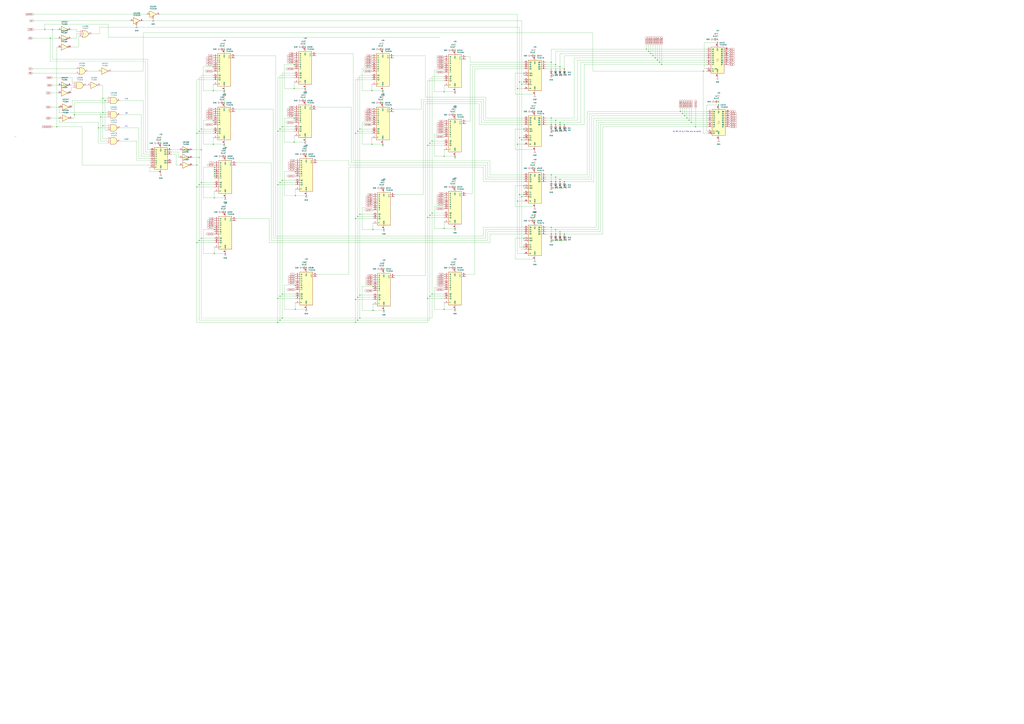
<source format=kicad_sch>
(kicad_sch (version 20231120) (generator "eeschema") (generator_version "8.0")
  (paper "A0")
  (lib_symbols
    (symbol "74xx:74LS02" (pin_names (offset 1.016))
      (property "Reference" "U" (at 0 1.27 0))
      (property "Value" "74LS02" (at 0 -1.27 0))
      (symbol "74LS02_1_1"
        (pin output inverted (at 7.62 0 180) (length 3.81) (name "~") (number "1"))
        (pin input line (at -7.62 2.54 0) (length 4.318) (name "~") (number "2"))
        (pin input line (at -7.62 -2.54 0) (length 4.318) (name "~") (number "3"))
      )
      (symbol "74LS02_1_2"
        (pin output line (at 7.62 0 180) (length 3.81) (name "~") (number "1"))
        (pin input inverted (at -7.62 2.54 0) (length 3.81) (name "~") (number "2"))
        (pin input inverted (at -7.62 -2.54 0) (length 3.81) (name "~") (number "3"))
      )
      (symbol "74LS02_2_1"
        (pin output inverted (at 7.62 0 180) (length 3.81) (name "~") (number "4"))
        (pin input line (at -7.62 2.54 0) (length 4.318) (name "~") (number "5"))
        (pin input line (at -7.62 -2.54 0) (length 4.318) (name "~") (number "6"))
      )
      (symbol "74LS02_2_2"
        (pin output line (at 7.62 0 180) (length 3.81) (name "~") (number "4"))
        (pin input inverted (at -7.62 2.54 0) (length 3.81) (name "~") (number "5"))
        (pin input inverted (at -7.62 -2.54 0) (length 3.81) (name "~") (number "6"))
      )
      (symbol "74LS02_3_1"
        (pin output inverted (at 7.62 0 180) (length 3.81) (name "~") (number "10"))
        (pin input line (at -7.62 2.54 0) (length 4.318) (name "~") (number "8"))
        (pin input line (at -7.62 -2.54 0) (length 4.318) (name "~") (number "9"))
      )
      (symbol "74LS02_3_2"
        (pin output line (at 7.62 0 180) (length 3.81) (name "~") (number "10"))
        (pin input inverted (at -7.62 2.54 0) (length 3.81) (name "~") (number "8"))
        (pin input inverted (at -7.62 -2.54 0) (length 3.81) (name "~") (number "9"))
      )
      (symbol "74LS02_4_1"
        (pin input line (at -7.62 2.54 0) (length 4.318) (name "~") (number "11"))
        (pin input line (at -7.62 -2.54 0) (length 4.318) (name "~") (number "12"))
        (pin output inverted (at 7.62 0 180) (length 3.81) (name "~") (number "13"))
      )
      (symbol "74LS02_4_2"
        (pin input inverted (at -7.62 2.54 0) (length 3.81) (name "~") (number "11"))
        (pin input inverted (at -7.62 -2.54 0) (length 3.81) (name "~") (number "12"))
        (pin output line (at 7.62 0 180) (length 3.81) (name "~") (number "13"))
      )
      (symbol "74LS02_5_0"
        (pin power_in line (at 0 12.7 270) (length 5.08) (name "VCC") (number "14"))
        (pin power_in line (at 0 -12.7 90) (length 5.08) (name "GND") (number "7"))
      )
    )
    (symbol "74xx:74LS04"
      (property "Reference" "U" (at 0 1.27 0))
      (property "Value" "74LS04" (at 0 -1.27 0))
      (symbol "74LS04_1_0"
        (pin input line (at -7.62 0 0) (length 3.81) (name "~") (number "1"))
        (pin output inverted (at 7.62 0 180) (length 3.81) (name "~") (number "2"))
      )
      (symbol "74LS04_2_0"
        (pin input line (at -7.62 0 0) (length 3.81) (name "~") (number "3"))
        (pin output inverted (at 7.62 0 180) (length 3.81) (name "~") (number "4"))
      )
      (symbol "74LS04_3_0"
        (pin input line (at -7.62 0 0) (length 3.81) (name "~") (number "5"))
        (pin output inverted (at 7.62 0 180) (length 3.81) (name "~") (number "6"))
      )
      (symbol "74LS04_4_0"
        (pin output inverted (at 7.62 0 180) (length 3.81) (name "~") (number "8"))
        (pin input line (at -7.62 0 0) (length 3.81) (name "~") (number "9"))
      )
      (symbol "74LS04_5_0"
        (pin output inverted (at 7.62 0 180) (length 3.81) (name "~") (number "10"))
        (pin input line (at -7.62 0 0) (length 3.81) (name "~") (number "11"))
      )
      (symbol "74LS04_6_0"
        (pin output inverted (at 7.62 0 180) (length 3.81) (name "~") (number "12"))
        (pin input line (at -7.62 0 0) (length 3.81) (name "~") (number "13"))
      )
      (symbol "74LS04_7_0"
        (pin power_in line (at 0 12.7 270) (length 5.08) (name "VCC") (number "14"))
        (pin power_in line (at 0 -12.7 90) (length 5.08) (name "GND") (number "7"))
      )
    )
    (symbol "74xx:74LS10" (pin_names (offset 1.016))
      (property "Reference" "U" (at 0 1.27 0))
      (property "Value" "74LS10" (at 0 -1.27 0))
      (symbol "74LS10_1_1"
        (pin input line (at -7.62 2.54 0) (length 3.81) (name "~") (number "1"))
        (pin output inverted (at 7.62 0 180) (length 3.81) (name "~") (number "12"))
        (pin input line (at -7.62 -2.54 0) (length 3.81) (name "~") (number "13"))
        (pin input line (at -7.62 0 0) (length 3.81) (name "~") (number "2"))
      )
      (symbol "74LS10_1_2"
        (pin input inverted (at -7.62 2.54 0) (length 4.318) (name "~") (number "1"))
        (pin output line (at 7.62 0 180) (length 3.81) (name "~") (number "12"))
        (pin input inverted (at -7.62 -2.54 0) (length 4.318) (name "~") (number "13"))
        (pin input inverted (at -7.62 0 0) (length 4.953) (name "~") (number "2"))
      )
      (symbol "74LS10_2_1"
        (pin input line (at -7.62 2.54 0) (length 3.81) (name "~") (number "3"))
        (pin input line (at -7.62 0 0) (length 3.81) (name "~") (number "4"))
        (pin input line (at -7.62 -2.54 0) (length 3.81) (name "~") (number "5"))
        (pin output inverted (at 7.62 0 180) (length 3.81) (name "~") (number "6"))
      )
      (symbol "74LS10_2_2"
        (pin input inverted (at -7.62 2.54 0) (length 4.318) (name "~") (number "3"))
        (pin input inverted (at -7.62 0 0) (length 4.953) (name "~") (number "4"))
        (pin input inverted (at -7.62 -2.54 0) (length 4.318) (name "~") (number "5"))
        (pin output line (at 7.62 0 180) (length 3.81) (name "~") (number "6"))
      )
      (symbol "74LS10_3_1"
        (pin input line (at -7.62 0 0) (length 3.81) (name "~") (number "10"))
        (pin input line (at -7.62 -2.54 0) (length 3.81) (name "~") (number "11"))
        (pin output inverted (at 7.62 0 180) (length 3.81) (name "~") (number "8"))
        (pin input line (at -7.62 2.54 0) (length 3.81) (name "~") (number "9"))
      )
      (symbol "74LS10_3_2"
        (pin input inverted (at -7.62 0 0) (length 4.953) (name "~") (number "10"))
        (pin input inverted (at -7.62 -2.54 0) (length 4.318) (name "~") (number "11"))
        (pin output line (at 7.62 0 180) (length 3.81) (name "~") (number "8"))
        (pin input inverted (at -7.62 2.54 0) (length 4.318) (name "~") (number "9"))
      )
      (symbol "74LS10_4_0"
        (pin power_in line (at 0 12.7 270) (length 5.08) (name "VCC") (number "14"))
        (pin power_in line (at 0 -12.7 90) (length 5.08) (name "GND") (number "7"))
      )
    )
    (symbol "74xx:74LS125" (pin_names (offset 1.016))
      (property "Reference" "U" (at 0 1.27 0))
      (property "Value" "74LS125" (at 0 -1.27 0))
      (symbol "74LS125_1_0"
        (pin input inverted (at 0 -6.35 90) (length 4.445) (name "~") (number "1"))
        (pin input line (at -7.62 0 0) (length 3.81) (name "~") (number "2"))
        (pin tri_state line (at 7.62 0 180) (length 3.81) (name "~") (number "3"))
      )
      (symbol "74LS125_2_0"
        (pin input inverted (at 0 -6.35 90) (length 4.445) (name "~") (number "4"))
        (pin input line (at -7.62 0 0) (length 3.81) (name "~") (number "5"))
        (pin tri_state line (at 7.62 0 180) (length 3.81) (name "~") (number "6"))
      )
      (symbol "74LS125_3_0"
        (pin input inverted (at 0 -6.35 90) (length 4.445) (name "~") (number "10"))
        (pin tri_state line (at 7.62 0 180) (length 3.81) (name "~") (number "8"))
        (pin input line (at -7.62 0 0) (length 3.81) (name "~") (number "9"))
      )
      (symbol "74LS125_4_0"
        (pin tri_state line (at 7.62 0 180) (length 3.81) (name "~") (number "11"))
        (pin input line (at -7.62 0 0) (length 3.81) (name "~") (number "12"))
        (pin input inverted (at 0 -6.35 90) (length 4.445) (name "~") (number "13"))
      )
      (symbol "74LS125_5_0"
        (pin power_in line (at 0 12.7 270) (length 5.08) (name "VCC") (number "14"))
        (pin power_in line (at 0 -12.7 90) (length 5.08) (name "GND") (number "7"))
      )
    )
    (symbol "74xx:74LS148" (pin_names (offset 1.016))
      (property "Reference" "U" (at -7.62 13.97 0))
      (property "Value" "74LS148" (at -7.62 -13.97 0))
      (symbol "74LS148_1_0"
        (pin input inverted (at -12.7 0 0) (length 5.08) (name "I4") (number "1"))
        (pin input inverted (at -12.7 10.16 0) (length 5.08) (name "IO") (number "10"))
        (pin input inverted (at -12.7 7.62 0) (length 5.08) (name "I1") (number "11"))
        (pin input inverted (at -12.7 5.08 0) (length 5.08) (name "I2") (number "12"))
        (pin input inverted (at -12.7 2.54 0) (length 5.08) (name "I3") (number "13"))
        (pin output inverted (at 12.7 -2.54 180) (length 5.08) (name "GS") (number "14"))
        (pin output inverted (at 12.7 -5.08 180) (length 5.08) (name "EO") (number "15"))
        (pin power_in line (at 0 17.78 270) (length 5.08) (name "VCC") (number "16"))
        (pin input inverted (at -12.7 -2.54 0) (length 5.08) (name "I5") (number "2"))
        (pin input inverted (at -12.7 -5.08 0) (length 5.08) (name "I6") (number "3"))
        (pin input inverted (at -12.7 -7.62 0) (length 5.08) (name "I7") (number "4"))
        (pin input inverted (at -12.7 -10.16 0) (length 5.08) (name "EI") (number "5"))
        (pin output inverted (at 12.7 5.08 180) (length 5.08) (name "S2") (number "6"))
        (pin output inverted (at 12.7 7.62 180) (length 5.08) (name "S1") (number "7"))
        (pin power_in line (at 0 -17.78 90) (length 5.08) (name "GND") (number "8"))
        (pin output inverted (at 12.7 10.16 180) (length 5.08) (name "S0") (number "9"))
      )
    )
    (symbol "74xx:74LS151" (pin_names (offset 1.016))
      (property "Reference" "U" (at -7.62 19.05 0))
      (property "Value" "74LS151" (at -7.62 -21.59 0))
      (symbol "74LS151_1_0"
        (pin input line (at -12.7 7.62 0) (length 5.08) (name "I3") (number "1"))
        (pin input line (at -12.7 -10.16 0) (length 5.08) (name "S1") (number "10"))
        (pin input line (at -12.7 -7.62 0) (length 5.08) (name "S0") (number "11"))
        (pin input line (at -12.7 -2.54 0) (length 5.08) (name "I7") (number "12"))
        (pin input line (at -12.7 0 0) (length 5.08) (name "I6") (number "13"))
        (pin input line (at -12.7 2.54 0) (length 5.08) (name "I5") (number "14"))
        (pin input line (at -12.7 5.08 0) (length 5.08) (name "I4") (number "15"))
        (pin power_in line (at 0 22.86 270) (length 5.08) (name "VCC") (number "16"))
        (pin input line (at -12.7 10.16 0) (length 5.08) (name "I2") (number "2"))
        (pin input line (at -12.7 12.7 0) (length 5.08) (name "I1") (number "3"))
        (pin input line (at -12.7 15.24 0) (length 5.08) (name "I0") (number "4"))
        (pin output line (at 12.7 15.24 180) (length 5.08) (name "Z") (number "5"))
        (pin output line (at 12.7 12.7 180) (length 5.08) (name "~{Z}") (number "6"))
        (pin input line (at -12.7 -17.78 0) (length 5.08) (name "~{E}") (number "7"))
        (pin power_in line (at 0 -25.4 90) (length 5.08) (name "GND") (number "8"))
        (pin input line (at -12.7 -12.7 0) (length 5.08) (name "S2") (number "9"))
      )
    )
    (symbol "74xx:74LS173" (pin_names (offset 1.016))
      (property "Reference" "U" (at -7.62 19.05 0))
      (property "Value" "74LS173" (at -7.62 -19.05 0))
      (symbol "74LS173_1_0"
        (pin input inverted (at -12.7 2.54 0) (length 5.08) (name "Oe1") (number "1"))
        (pin input inverted (at -12.7 -7.62 0) (length 5.08) (name "E2") (number "10"))
        (pin input line (at -12.7 7.62 0) (length 5.08) (name "D3") (number "11"))
        (pin input line (at -12.7 10.16 0) (length 5.08) (name "D2") (number "12"))
        (pin input line (at -12.7 12.7 0) (length 5.08) (name "D1") (number "13"))
        (pin input line (at -12.7 15.24 0) (length 5.08) (name "D0") (number "14"))
        (pin input line (at -12.7 -15.24 0) (length 5.08) (name "Mr") (number "15"))
        (pin power_in line (at 0 22.86 270) (length 5.08) (name "VCC") (number "16"))
        (pin input inverted (at -12.7 0 0) (length 5.08) (name "Oe2") (number "2"))
        (pin tri_state line (at 12.7 15.24 180) (length 5.08) (name "Q0") (number "3"))
        (pin tri_state line (at 12.7 12.7 180) (length 5.08) (name "Q1") (number "4"))
        (pin tri_state line (at 12.7 10.16 180) (length 5.08) (name "Q2") (number "5"))
        (pin tri_state line (at 12.7 7.62 180) (length 5.08) (name "Q3") (number "6"))
        (pin input clock (at -12.7 -10.16 0) (length 5.08) (name "Cp") (number "7"))
        (pin power_in line (at 0 -22.86 90) (length 5.08) (name "GND") (number "8"))
        (pin input inverted (at -12.7 -5.08 0) (length 5.08) (name "E1") (number "9"))
      )
    )
    (symbol "74xx:74LS245" (pin_names (offset 1.016))
      (property "Reference" "U" (at -7.62 16.51 0))
      (property "Value" "74LS245" (at -7.62 -16.51 0))
      (symbol "74LS245_1_0"
        (pin input line (at -12.7 -10.16 0) (length 5.08) (name "A->B") (number "1"))
        (pin power_in line (at 0 -20.32 90) (length 5.08) (name "GND") (number "10"))
        (pin tri_state line (at 12.7 -5.08 180) (length 5.08) (name "B7") (number "11"))
        (pin tri_state line (at 12.7 -2.54 180) (length 5.08) (name "B6") (number "12"))
        (pin tri_state line (at 12.7 0 180) (length 5.08) (name "B5") (number "13"))
        (pin tri_state line (at 12.7 2.54 180) (length 5.08) (name "B4") (number "14"))
        (pin tri_state line (at 12.7 5.08 180) (length 5.08) (name "B3") (number "15"))
        (pin tri_state line (at 12.7 7.62 180) (length 5.08) (name "B2") (number "16"))
        (pin tri_state line (at 12.7 10.16 180) (length 5.08) (name "B1") (number "17"))
        (pin tri_state line (at 12.7 12.7 180) (length 5.08) (name "B0") (number "18"))
        (pin input inverted (at -12.7 -12.7 0) (length 5.08) (name "CE") (number "19"))
        (pin tri_state line (at -12.7 12.7 0) (length 5.08) (name "A0") (number "2"))
        (pin power_in line (at 0 20.32 270) (length 5.08) (name "VCC") (number "20"))
        (pin tri_state line (at -12.7 10.16 0) (length 5.08) (name "A1") (number "3"))
        (pin tri_state line (at -12.7 7.62 0) (length 5.08) (name "A2") (number "4"))
        (pin tri_state line (at -12.7 5.08 0) (length 5.08) (name "A3") (number "5"))
        (pin tri_state line (at -12.7 2.54 0) (length 5.08) (name "A4") (number "6"))
        (pin tri_state line (at -12.7 0 0) (length 5.08) (name "A5") (number "7"))
        (pin tri_state line (at -12.7 -2.54 0) (length 5.08) (name "A6") (number "8"))
        (pin tri_state line (at -12.7 -5.08 0) (length 5.08) (name "A7") (number "9"))
      )
    )
    (symbol "74xx:74LS27" (pin_names (offset 1.016))
      (property "Reference" "U" (at 0 1.27 0))
      (property "Value" "74LS27" (at 0 -1.27 0))
      (symbol "74LS27_1_1"
        (pin input line (at -7.62 2.54 0) (length 4.318) (name "~") (number "1"))
        (pin output inverted (at 7.62 0 180) (length 3.81) (name "~") (number "12"))
        (pin input line (at -7.62 -2.54 0) (length 4.318) (name "~") (number "13"))
        (pin input line (at -7.62 0 0) (length 4.953) (name "~") (number "2"))
      )
      (symbol "74LS27_1_2"
        (pin input inverted (at -7.62 2.54 0) (length 3.81) (name "~") (number "1"))
        (pin output line (at 7.62 0 180) (length 3.81) (name "~") (number "12"))
        (pin input inverted (at -7.62 -2.54 0) (length 3.81) (name "~") (number "13"))
        (pin input inverted (at -7.62 0 0) (length 3.81) (name "~") (number "2"))
      )
      (symbol "74LS27_2_1"
        (pin input line (at -7.62 2.54 0) (length 4.318) (name "~") (number "3"))
        (pin input line (at -7.62 0 0) (length 4.953) (name "~") (number "4"))
        (pin input line (at -7.62 -2.54 0) (length 4.318) (name "~") (number "5"))
        (pin output inverted (at 7.62 0 180) (length 3.81) (name "~") (number "6"))
      )
      (symbol "74LS27_2_2"
        (pin input inverted (at -7.62 2.54 0) (length 3.81) (name "~") (number "3"))
        (pin input inverted (at -7.62 0 0) (length 3.81) (name "~") (number "4"))
        (pin input inverted (at -7.62 -2.54 0) (length 3.81) (name "~") (number "5"))
        (pin output line (at 7.62 0 180) (length 3.81) (name "~") (number "6"))
      )
      (symbol "74LS27_3_1"
        (pin input line (at -7.62 0 0) (length 4.953) (name "~") (number "10"))
        (pin input line (at -7.62 -2.54 0) (length 4.318) (name "~") (number "11"))
        (pin output inverted (at 7.62 0 180) (length 3.81) (name "~") (number "8"))
        (pin input line (at -7.62 2.54 0) (length 4.318) (name "~") (number "9"))
      )
      (symbol "74LS27_3_2"
        (pin input inverted (at -7.62 0 0) (length 3.81) (name "~") (number "10"))
        (pin input inverted (at -7.62 -2.54 0) (length 3.81) (name "~") (number "11"))
        (pin output line (at 7.62 0 180) (length 3.81) (name "~") (number "8"))
        (pin input inverted (at -7.62 2.54 0) (length 3.81) (name "~") (number "9"))
      )
      (symbol "74LS27_4_0"
        (pin power_in line (at 0 12.7 270) (length 5.08) (name "VCC") (number "14"))
        (pin power_in line (at 0 -12.7 90) (length 5.08) (name "GND") (number "7"))
      )
    )
    (symbol "Device:C_Small" (pin_numbers hide) (pin_names (offset 0.254) hide)
      (property "Reference" "C" (at 0.254 1.778 0))
      (property "Value" "C_Small" (at 0.254 -2.032 0))
      (symbol "C_Small_1_1"
        (pin passive line (at 0 2.54 270) (length 2.032) (name "~") (number "1"))
        (pin passive line (at 0 -2.54 90) (length 2.032) (name "~") (number "2"))
      )
    )
    (symbol "Device:LED" (pin_numbers hide) (pin_names (offset 1.016) hide)
      (property "Reference" "D" (at 0 2.54 0))
      (property "Value" "LED" (at 0 -2.54 0))
      (symbol "LED_1_1"
        (pin passive line (at -3.81 0 0) (length 2.54) (name "K") (number "1"))
        (pin passive line (at 3.81 0 180) (length 2.54) (name "A") (number "2"))
      )
    )
    (symbol "power:+5V" (power) (pin_numbers hide) (pin_names (offset 0) hide)
      (property "Value" "+5V" (at 0 3.556 0))
      (symbol "+5V_1_1"
        (pin power_in line (at 0 0 90) (length 0) (name "~") (number "1"))
      )
    )
    (symbol "power:GND" (power) (pin_numbers hide) (pin_names (offset 0) hide)
      (property "Value" "GND" (at 0 -3.81 0))
      (symbol "GND_1_1"
        (pin power_in line (at 0 0 270) (length 0) (name "~") (number "1"))
      )
    )
  )
  (junction (at 496.57 168.91))
  (junction (at 528.32 133.35))
  (junction (at 322.58 374.65))
  (junction (at 816.61 82.55))
  (junction (at 650.24 218.44))
  (junction (at 58.42 44.45))
  (junction (at 415.29 251.46))
  (junction (at 763.27 69.85))
  (junction (at 248.92 201.93))
  (junction (at 415.29 372.11))
  (junction (at 608.33 95.25))
  (junction (at 445.77 312.42))
  (junction (at 802.64 142.24))
  (junction (at 412.75 347.98))
  (junction (at 833.12 49.53))
  (junction (at 445.77 266.7))
  (junction (at 795.02 134.62))
  (junction (at 501.65 341.63))
  (junction (at 325.12 344.17))
  (junction (at 501.65 247.65))
  (junction (at 233.68 173.99))
  (junction (at 621.03 195.58))
  (junction (at 417.83 149.86))
  (junction (at 248.92 266.7))
  (junction (at 655.32 80.01))
  (junction (at 433.07 360.68))
  (junction (at 66.04 147.32))
  (junction (at 116.84 135.89))
  (junction (at 322.58 152.4))
  (junction (at 248.92 204.47))
  (junction (at 800.1 139.7))
  (junction (at 327.66 369.57))
  (junction (at 86.36 133.35))
  (junction (at 792.48 132.08))
  (junction (at 228.6 217.17))
  (junction (at 650.24 144.78))
  (junction (at 261.62 294.64))
  (junction (at 645.16 279.4))
  (junction (at 608.33 226.06))
  (junction (at 228.6 281.94))
  (junction (at 342.9 331.47))
  (junction (at 231.14 279.4))
  (junction (at 354.33 54.61))
  (junction (at 621.03 64.77))
  (junction (at 515.62 359.41))
  (junction (at 231.14 182.88))
  (junction (at 444.5 105.41))
  (junction (at 640.08 144.78))
  (junction (at 119.38 130.81))
  (junction (at 248.92 199.39))
  (junction (at 341.63 74.93))
  (junction (at 228.6 191.77))
  (junction (at 186.69 166.37))
  (junction (at 650.24 210.82))
  (junction (at 640.08 137.16))
  (junction (at 789.94 129.54))
  (junction (at 444.5 119.38))
  (junction (at 645.16 218.44))
  (junction (at 342.9 227.33))
  (junction (at 233.68 276.86))
  (junction (at 231.14 214.63))
  (junction (at 261.62 229.87))
  (junction (at 341.63 137.16))
  (junction (at 528.32 311.15))
  (junction (at 768.35 74.93))
  (junction (at 650.24 77.47))
  (junction (at 600.71 102.87))
  (junction (at 248.92 294.64))
  (junction (at 650.24 87.63))
  (junction (at 760.73 67.31))
  (junction (at 640.08 271.78))
  (junction (at 650.24 279.4))
  (junction (at 412.75 154.94))
  (junction (at 499.11 344.17))
  (junction (at 261.62 181.61))
  (junction (at 119.38 114.3))
  (junction (at 758.19 64.77))
  (junction (at 834.39 121.92))
  (junction (at 528.32 58.42))
  (junction (at 621.03 256.54))
  (junction (at 52.07 34.29))
  (junction (at 645.16 74.93))
  (junction (at 412.75 374.65))
  (junction (at 327.66 209.55))
  (junction (at 341.63 102.87))
  (junction (at 655.32 210.82))
  (junction (at 650.24 152.4))
  (junction (at 603.25 160.02))
  (junction (at 433.07 266.7))
  (junction (at 645.16 87.63))
  (junction (at 621.03 251.46))
  (junction (at 753.11 59.69))
  (junction (at 515.62 181.61))
  (junction (at 640.08 203.2))
  (junction (at 496.57 252.73))
  (junction (at 342.9 199.39))
  (junction (at 121.92 116.84))
  (junction (at 640.08 264.16))
  (junction (at 341.63 165.1))
  (junction (at 765.81 72.39))
  (junction (at 640.08 210.82))
  (junction (at 640.08 279.4))
  (junction (at 608.33 149.86))
  (junction (at 327.66 147.32))
  (junction (at 640.08 218.44))
  (junction (at 260.35 167.64))
  (junction (at 445.77 360.68))
  (junction (at 355.6 359.41))
  (junction (at 68.58 137.16))
  (junction (at 68.58 124.46))
  (junction (at 528.32 106.68))
  (junction (at 322.58 214.63))
  (junction (at 327.66 341.63))
  (junction (at 231.14 152.4))
  (junction (at 600.71 233.68))
  (junction (at 528.32 181.61))
  (junction (at 600.71 167.64))
  (junction (at 603.25 95.25))
  (junction (at 417.83 342.9))
  (junction (at 640.08 72.39))
  (junction (at 640.08 152.4))
  (junction (at 650.24 142.24))
  (junction (at 528.32 217.17))
  (junction (at 322.58 346.71))
  (junction (at 417.83 248.92))
  (junction (at 354.33 165.1))
  (junction (at 528.32 359.41))
  (junction (at 645.16 139.7))
  (junction (at 228.6 154.94))
  (junction (at 247.65 77.47))
  (junction (at 355.6 227.33))
  (junction (at 355.6 179.07))
  (junction (at 605.79 162.56))
  (junction (at 261.62 246.38))
  (junction (at 608.33 287.02))
  (junction (at 645.16 210.82))
  (junction (at 247.65 139.7))
  (junction (at 444.5 57.15))
  (junction (at 655.32 271.78))
  (junction (at 750.57 57.15))
  (junction (at 655.32 144.78))
  (junction (at 415.29 152.4))
  (junction (at 114.3 148.59))
  (junction (at 445.77 218.44))
  (junction (at 260.35 119.38))
  (junction (at 415.29 345.44))
  (junction (at 325.12 149.86))
  (junction (at 248.92 196.85))
  (junction (at 342.9 359.41))
  (junction (at 650.24 269.24))
  (junction (at 834.39 118.11))
  (junction (at 412.75 254))
  (junction (at 354.33 116.84))
  (junction (at 233.68 212.09))
  (junction (at 608.33 85.09))
  (junction (at 325.12 372.11))
  (junction (at 528.32 265.43))
  (junction (at 650.24 208.28))
  (junction (at 248.92 194.31))
  (junction (at 248.92 229.87))
  (junction (at 433.07 332.74))
  (junction (at 515.62 265.43))
  (junction (at 499.11 250.19))
  (junction (at 645.16 271.78))
  (junction (at 645.16 152.4))
  (junction (at 515.62 106.68))
  (junction (at 60.96 34.29))
  (junction (at 608.33 276.86))
  (junction (at 621.03 129.54))
  (junction (at 501.65 163.83))
  (junction (at 260.35 105.41))
  (junction (at 650.24 271.78))
  (junction (at 233.68 149.86))
  (junction (at 119.38 146.05))
  (junction (at 355.6 311.15))
  (junction (at 325.12 212.09))
  (junction (at 496.57 346.71))
  (junction (at 605.79 97.79))
  (junction (at 260.35 57.15))
  (junction (at 807.72 147.32))
  (junction (at 444.5 167.64))
  (junction (at 645.16 205.74))
  (junction (at 247.65 105.41))
  (junction (at 608.33 215.9))
  (junction (at 431.8 105.41))
  (junction (at 603.25 226.06))
  (junction (at 247.65 167.64))
  (junction (at 645.16 144.78))
  (junction (at 645.16 266.7))
  (junction (at 605.79 228.6))
  (junction (at 499.11 166.37))
  (junction (at 833.12 45.72))
  (junction (at 640.08 87.63))
  (junction (at 755.65 62.23))
  (junction (at 431.8 167.64))
  (junction (at 417.83 369.57))
  (junction (at 608.33 160.02))
  (junction (at 354.33 102.87))
  (junction (at 797.56 137.16))
  (wire (pts (xy 768.35 52.07) (xy 768.35 74.93)))
  (wire (pts (xy 621.03 173.99) (xy 598.17 173.99)))
  (wire (pts (xy 341.63 102.87) (xy 354.33 102.87)))
  (wire (pts (xy 800.1 139.7) (xy 692.15 139.7)))
  (wire (pts (xy 85.09 101.6) (xy 82.55 101.6)))
  (wire (pts (xy 405.13 194.31) (xy 561.34 194.31)))
  (wire (pts (xy 501.65 163.83) (xy 515.62 163.83)))
  (wire (pts (xy 504.19 181.61) (xy 515.62 181.61)))
  (wire (pts (xy 640.08 57.15) (xy 640.08 72.39)))
  (wire (pts (xy 115.57 39.37) (xy 106.68 39.37)))
  (wire (pts (xy 410.21 186.69) (xy 410.21 62.23)))
  (wire (pts (xy 566.42 279.4) (xy 566.42 269.24)))
  (wire (pts (xy 236.22 139.7) (xy 236.22 167.64)))
  (wire (pts (xy 546.1 140.97) (xy 541.02 140.97)))
  (wire (pts (xy 236.22 194.31) (xy 248.92 194.31)))
  (wire (pts (xy 820.42 152.4) (xy 820.42 121.92)))
  (wire (pts (xy 608.33 137.16) (xy 563.88 137.16)))
  (wire (pts (xy 694.69 142.24) (xy 802.64 142.24)))
  (wire (pts (xy 499.11 91.44) (xy 499.11 166.37)))
  (wire (pts (xy 83.82 90.17) (xy 60.96 90.17)))
  (wire (pts (xy 694.69 266.7) (xy 694.69 142.24)))
  (wire (pts (xy 608.33 167.64) (xy 600.71 167.64)))
  (wire (pts (xy 163.83 133.35) (xy 163.83 181.61)))
  (wire (pts (xy 247.65 139.7) (xy 247.65 142.24)))
  (wire (pts (xy 633.73 264.16) (xy 640.08 264.16)))
  (wire (pts (xy 60.96 147.32) (xy 66.04 147.32)))
  (wire (pts (xy 598.17 85.09) (xy 608.33 85.09)))
  (wire (pts (xy 640.08 137.16) (xy 640.08 144.78)))
  (wire (pts (xy 320.04 274.32) (xy 561.34 274.32)))
  (wire (pts (xy 504.19 81.28) (xy 504.19 106.68)))
  (wire (pts (xy 248.92 269.24) (xy 248.92 266.7)))
  (wire (pts (xy 415.29 251.46) (xy 415.29 345.44)))
  (wire (pts (xy 124.46 161.29) (xy 119.38 161.29)))
  (wire (pts (xy 792.48 132.08) (xy 821.69 132.08)))
  (wire (pts (xy 58.42 44.45) (xy 67.31 44.45)))
  (wire (pts (xy 233.68 149.86) (xy 247.65 149.86)))
  (wire (pts (xy 405.13 186.69) (xy 368.3 186.69)))
  (wire (pts (xy 640.08 271.78) (xy 645.16 271.78)))
  (wire (pts (xy 420.37 167.64) (xy 431.8 167.64)))
  (wire (pts (xy 39.37 16.51) (xy 170.18 16.51)))
  (wire (pts (xy 800.1 125.73) (xy 800.1 139.7)))
  (wire (pts (xy 248.92 194.31) (xy 248.92 196.85)))
  (wire (pts (xy 645.16 139.7) (xy 670.56 139.7)))
  (wire (pts (xy 546.1 74.93) (xy 546.1 140.97)))
  (wire (pts (xy 633.73 139.7) (xy 645.16 139.7)))
  (wire (pts (xy 491.49 226.06) (xy 458.47 226.06)))
  (wire (pts (xy 248.92 229.87) (xy 236.22 229.87)))
  (wire (pts (xy 608.33 294.64) (xy 600.71 294.64)))
  (wire (pts (xy 600.71 16.51) (xy 600.71 102.87)))
  (wire (pts (xy 753.11 52.07) (xy 753.11 59.69)))
  (wire (pts (xy 68.58 142.24) (xy 114.3 142.24)))
  (wire (pts (xy 173.99 199.39) (xy 173.99 194.31)))
  (wire (pts (xy 173.99 186.69) (xy 158.75 186.69)))
  (wire (pts (xy 608.33 208.28) (xy 563.88 208.28)))
  (wire (pts (xy 551.18 318.77) (xy 551.18 80.01)))
  (wire (pts (xy 248.92 276.86) (xy 233.68 276.86)))
  (wire (pts (xy 420.37 142.24) (xy 420.37 167.64)))
  (wire (pts (xy 82.55 44.45) (xy 88.9 44.45)))
  (wire (pts (xy 417.83 149.86) (xy 417.83 248.92)))
  (wire (pts (xy 807.72 147.32) (xy 699.77 147.32)))
  (wire (pts (xy 608.33 271.78) (xy 568.96 271.78)))
  (wire (pts (xy 640.08 279.4) (xy 645.16 279.4)))
  (wire (pts (xy 501.65 88.9) (xy 501.65 163.83)))
  (wire (pts (xy 598.17 109.22) (xy 598.17 85.09)))
  (wire (pts (xy 496.57 168.91) (xy 515.62 168.91)))
  (wire (pts (xy 515.62 156.21) (xy 504.19 156.21)))
  (wire (pts (xy 515.62 334.01) (xy 504.19 334.01)))
  (wire (pts (xy 114.3 148.59) (xy 124.46 148.59)))
  (wire (pts (xy 605.79 289.56) (xy 605.79 228.6)))
  (wire (pts (xy 342.9 199.39) (xy 342.9 201.93)))
  (wire (pts (xy 327.66 369.57) (xy 417.83 369.57)))
  (wire (pts (xy 124.46 133.35) (xy 86.36 133.35)))
  (wire (pts (xy 121.92 116.84) (xy 83.82 116.84)))
  (wire (pts (xy 59.69 107.95) (xy 67.31 107.95)))
  (wire (pts (xy 341.63 102.87) (xy 341.63 95.25)))
  (wire (pts (xy 38.1 80.01) (xy 87.63 80.01)))
  (wire (pts (xy 330.2 165.1) (xy 330.2 137.16)))
  (wire (pts (xy 684.53 205.74) (xy 684.53 132.08)))
  (wire (pts (xy 173.99 173.99) (xy 171.45 173.99)))
  (wire (pts (xy 314.96 189.23) (xy 314.96 279.4)))
  (wire (pts (xy 223.52 191.77) (xy 228.6 191.77)))
  (wire (pts (xy 38.1 44.45) (xy 58.42 44.45)))
  (wire (pts (xy 699.77 147.32) (xy 699.77 271.78)))
  (wire (pts (xy 501.65 369.57) (xy 417.83 369.57)))
  (wire (pts (xy 494.03 320.04) (xy 458.47 320.04)))
  (wire (pts (xy 66.04 54.61) (xy 67.31 54.61)))
  (wire (pts (xy 233.68 173.99) (xy 233.68 149.86)))
  (wire (pts (xy 342.9 359.41) (xy 342.9 351.79)))
  (wire (pts (xy 228.6 217.17) (xy 248.92 217.17)))
  (wire (pts (xy 354.33 49.53) (xy 354.33 54.61)))
  (wire (pts (xy 417.83 369.57) (xy 417.83 342.9)))
  (wire (pts (xy 548.64 224.79) (xy 541.02 224.79)))
  (wire (pts (xy 800.1 139.7) (xy 821.69 139.7)))
  (wire (pts (xy 58.42 44.45) (xy 58.42 71.12)))
  (wire (pts (xy 420.37 80.01) (xy 420.37 105.41)))
  (wire (pts (xy 496.57 374.65) (xy 412.75 374.65)))
  (wire (pts (xy 166.37 82.55) (xy 129.54 82.55)))
  (wire (pts (xy 528.32 359.41) (xy 515.62 359.41)))
  (wire (pts (xy 546.1 72.39) (xy 546.1 66.04)))
  (wire (pts (xy 236.22 77.47) (xy 247.65 77.47)))
  (wire (pts (xy 496.57 374.65) (xy 496.57 346.71)))
  (wire (pts (xy 325.12 344.17) (xy 342.9 344.17)))
  (wire (pts (xy 228.6 281.94) (xy 228.6 374.65)))
  (wire (pts (xy 139.7 148.59) (xy 161.29 148.59)))
  (wire (pts (xy 274.32 189.23) (xy 314.96 189.23)))
  (wire (pts (xy 125.73 43.18) (xy 125.73 27.94)))
  (wire (pts (xy 341.63 137.16) (xy 341.63 139.7)))
  (wire (pts (xy 833.12 40.64) (xy 833.12 45.72)))
  (wire (pts (xy 563.88 191.77) (xy 405.13 191.77)))
  (wire (pts (xy 603.25 95.25) (xy 603.25 31.75)))
  (wire (pts (xy 633.73 144.78) (xy 640.08 144.78)))
  (wire (pts (xy 88.9 36.83) (xy 88.9 34.29)))
  (wire (pts (xy 650.24 62.23) (xy 755.65 62.23)))
  (wire (pts (xy 655.32 144.78) (xy 678.18 144.78)))
  (wire (pts (xy 417.83 248.92) (xy 433.07 248.92)))
  (wire (pts (xy 116.84 135.89) (xy 124.46 135.89)))
  (wire (pts (xy 807.72 125.73) (xy 807.72 147.32)))
  (wire (pts (xy 82.55 101.6) (xy 82.55 107.95)))
  (wire (pts (xy 561.34 139.7) (xy 608.33 139.7)))
  (wire (pts (xy 273.05 64.77) (xy 320.04 64.77)))
  (wire (pts (xy 412.75 374.65) (xy 412.75 347.98)))
  (wire (pts (xy 415.29 372.11) (xy 325.12 372.11)))
  (wire (pts (xy 342.9 359.41) (xy 330.2 359.41)))
  (wire (pts (xy 415.29 90.17) (xy 415.29 152.4)))
  (wire (pts (xy 247.65 105.41) (xy 236.22 105.41)))
  (wire (pts (xy 556.26 120.65) (xy 494.03 120.65)))
  (wire (pts (xy 355.6 306.07) (xy 355.6 311.15)))
  (wire (pts (xy 608.33 276.86) (xy 608.33 279.4)))
  (wire (pts (xy 261.62 176.53) (xy 261.62 181.61)))
  (wire (pts (xy 261.62 294.64) (xy 248.92 294.64)))
  (wire (pts (xy 558.8 142.24) (xy 558.8 118.11)))
  (wire (pts (xy 327.66 209.55) (xy 327.66 147.32)))
  (wire (pts (xy 86.36 137.16) (xy 83.82 137.16)))
  (wire (pts (xy 114.3 142.24) (xy 114.3 148.59)))
  (wire (pts (xy 834.39 113.03) (xy 834.39 118.11)))
  (wire (pts (xy 650.24 208.28) (xy 687.07 208.28)))
  (wire (pts (xy 499.11 250.19) (xy 515.62 250.19)))
  (wire (pts (xy 312.42 281.94) (xy 312.42 254)))
  (wire (pts (xy 515.62 181.61) (xy 515.62 173.99)))
  (wire (pts (xy 504.19 334.01) (xy 504.19 359.41)))
  (wire (pts (xy 650.24 210.82) (xy 655.32 210.82)))
  (wire (pts (xy 633.73 269.24) (xy 650.24 269.24)))
  (wire (pts (xy 640.08 152.4) (xy 645.16 152.4)))
  (wire (pts (xy 260.35 105.41) (xy 247.65 105.41)))
  (wire (pts (xy 88.9 36.83) (xy 91.44 36.83)))
  (wire (pts (xy 407.67 124.46) (xy 407.67 189.23)))
  (wire (pts (xy 52.07 34.29) (xy 60.96 34.29)))
  (wire (pts (xy 608.33 142.24) (xy 558.8 142.24)))
  (wire (pts (xy 341.63 165.1) (xy 330.2 165.1)))
  (wire (pts (xy 681.99 203.2) (xy 640.08 203.2)))
  (wire (pts (xy 608.33 233.68) (xy 600.71 233.68)))
  (wire (pts (xy 608.33 92.71) (xy 608.33 95.25)))
  (wire (pts (xy 600.71 167.64) (xy 600.71 102.87)))
  (wire (pts (xy 457.2 64.77) (xy 494.03 64.77)))
  (wire (pts (xy 821.69 144.78) (xy 697.23 144.78)))
  (wire (pts (xy 341.63 74.93) (xy 341.63 77.47)))
  (wire (pts (xy 405.13 186.69) (xy 405.13 191.77)))
  (wire (pts (xy 412.75 154.94) (xy 412.75 254)))
  (wire (pts (xy 795.02 125.73) (xy 795.02 134.62)))
  (wire (pts (xy 327.66 341.63) (xy 327.66 369.57)))
  (wire (pts (xy 60.96 34.29) (xy 67.31 34.29)))
  (wire (pts (xy 207.01 176.53) (xy 207.01 182.88)))
  (wire (pts (xy 817.88 80.01) (xy 817.88 49.53)))
  (wire (pts (xy 548.64 77.47) (xy 608.33 77.47)))
  (wire (pts (xy 621.03 190.5) (xy 621.03 195.58)))
  (wire (pts (xy 330.2 227.33) (xy 342.9 227.33)))
  (wire (pts (xy 327.66 209.55) (xy 342.9 209.55)))
  (wire (pts (xy 504.19 265.43) (xy 515.62 265.43)))
  (wire (pts (xy 504.19 359.41) (xy 515.62 359.41)))
  (wire (pts (xy 568.96 281.94) (xy 312.42 281.94)))
  (wire (pts (xy 231.14 214.63) (xy 248.92 214.63)))
  (wire (pts (xy 247.65 167.64) (xy 247.65 160.02)))
  (wire (pts (xy 417.83 87.63) (xy 431.8 87.63)))
  (wire (pts (xy 499.11 166.37) (xy 515.62 166.37)))
  (wire (pts (xy 231.14 152.4) (xy 247.65 152.4)))
  (wire (pts (xy 95.25 191.77) (xy 95.25 147.32)))
  (wire (pts (xy 355.6 173.99) (xy 355.6 179.07)))
  (wire (pts (xy 342.9 199.39) (xy 330.2 199.39)))
  (wire (pts (xy 39.37 24.13) (xy 151.13 24.13)))
  (wire (pts (xy 755.65 52.07) (xy 755.65 62.23)))
  (wire (pts (xy 688.34 82.55) (xy 688.34 38.1)))
  (wire (pts (xy 488.95 127) (xy 488.95 115.57)))
  (wire (pts (xy 83.82 116.84) (xy 83.82 124.46)))
  (wire (pts (xy 355.6 227.33) (xy 342.9 227.33)))
  (wire (pts (xy 650.24 152.4) (xy 655.32 152.4)))
  (wire (pts (xy 116.84 135.89) (xy 116.84 130.81)))
  (wire (pts (xy 496.57 93.98) (xy 515.62 93.98)))
  (wire (pts (xy 444.5 105.41) (xy 431.8 105.41)))
  (wire (pts (xy 412.75 254) (xy 433.07 254)))
  (wire (pts (xy 330.2 137.16) (xy 341.63 137.16)))
  (wire (pts (xy 688.34 82.55) (xy 816.61 82.55)))
  (wire (pts (xy 433.07 332.74) (xy 420.37 332.74)))
  (wire (pts (xy 260.35 52.07) (xy 260.35 57.15)))
  (wire (pts (xy 600.71 167.64) (xy 600.71 233.68)))
  (wire (pts (xy 354.33 165.1) (xy 341.63 165.1)))
  (wire (pts (xy 248.92 199.39) (xy 248.92 201.93)))
  (wire (pts (xy 116.84 163.83) (xy 116.84 135.89)))
  (wire (pts (xy 119.38 146.05) (xy 124.46 146.05)))
  (wire (pts (xy 166.37 116.84) (xy 166.37 179.07)))
  (wire (pts (xy 645.16 271.78) (xy 650.24 271.78)))
  (wire (pts (xy 233.68 149.86) (xy 233.68 87.63)))
  (wire (pts (xy 650.24 269.24) (xy 650.24 271.78)))
  (wire (pts (xy 633.73 137.16) (xy 640.08 137.16)))
  (wire (pts (xy 750.57 57.15) (xy 640.08 57.15)))
  (wire (pts (xy 139.7 163.83) (xy 158.75 163.83)))
  (wire (pts (xy 124.46 151.13) (xy 121.92 151.13)))
  (wire (pts (xy 415.29 152.4) (xy 431.8 152.4)))
  (wire (pts (xy 125.73 27.94) (xy 52.07 27.94)))
  (wire (pts (xy 760.73 52.07) (xy 760.73 67.31)))
  (wire (pts (xy 415.29 251.46) (xy 433.07 251.46)))
  (wire (pts (xy 322.58 152.4) (xy 322.58 90.17)))
  (wire (pts (xy 83.82 96.52) (xy 85.09 96.52)))
  (wire (pts (xy 603.25 160.02) (xy 603.25 226.06)))
  (wire (pts (xy 494.03 64.77) (xy 494.03 113.03)))
  (wire (pts (xy 233.68 369.57) (xy 327.66 369.57)))
  (wire (pts (xy 603.25 287.02) (xy 608.33 287.02)))
  (wire (pts (xy 231.14 152.4) (xy 231.14 182.88)))
  (wire (pts (xy 431.8 142.24) (xy 420.37 142.24)))
  (wire (pts (xy 248.92 196.85) (xy 248.92 199.39)))
  (wire (pts (xy 758.19 64.77) (xy 820.42 64.77)))
  (wire (pts (xy 445.77 307.34) (xy 445.77 312.42)))
  (wire (pts (xy 633.73 205.74) (xy 645.16 205.74)))
  (wire (pts (xy 603.25 226.06) (xy 603.25 287.02)))
  (wire (pts (xy 166.37 179.07) (xy 173.99 179.07)))
  (wire (pts (xy 598.17 149.86) (xy 608.33 149.86)))
  (wire (pts (xy 563.88 266.7) (xy 563.88 276.86)))
  (wire (pts (xy 236.22 229.87) (xy 236.22 194.31)))
  (wire (pts (xy 91.44 41.91) (xy 91.44 54.61)))
  (wire (pts (xy 236.22 266.7) (xy 248.92 266.7)))
  (wire (pts (xy 556.26 144.78) (xy 556.26 120.65)))
  (wire (pts (xy 233.68 276.86) (xy 233.68 369.57)))
  (wire (pts (xy 199.39 176.53) (xy 207.01 176.53)))
  (wire (pts (xy 444.5 167.64) (xy 431.8 167.64)))
  (wire (pts (xy 621.03 109.22) (xy 598.17 109.22)))
  (wire (pts (xy 504.19 156.21) (xy 504.19 181.61)))
  (wire (pts (xy 697.23 144.78) (xy 697.23 269.24)))
  (wire (pts (xy 342.9 331.47) (xy 342.9 334.01)))
  (wire (pts (xy 115.57 31.75) (xy 115.57 39.37)))
  (wire (pts (xy 415.29 372.11) (xy 499.11 372.11)))
  (wire (pts (xy 568.96 271.78) (xy 568.96 281.94)))
  (wire (pts (xy 568.96 203.2) (xy 568.96 186.69)))
  (wire (pts (xy 248.92 204.47) (xy 248.92 207.01)))
  (wire (pts (xy 68.58 137.16) (xy 68.58 142.24)))
  (wire (pts (xy 598.17 276.86) (xy 608.33 276.86)))
  (wire (pts (xy 341.63 165.1) (xy 341.63 157.48)))
  (wire (pts (xy 821.69 147.32) (xy 807.72 147.32)))
  (wire (pts (xy 247.65 139.7) (xy 236.22 139.7)))
  (wire (pts (xy 645.16 279.4) (xy 650.24 279.4)))
  (wire (pts (xy 603.25 226.06) (xy 608.33 226.06)))
  (wire (pts (xy 501.65 369.57) (xy 501.65 341.63)))
  (wire (pts (xy 314.96 279.4) (xy 566.42 279.4)))
  (wire (pts (xy 185.42 16.51) (xy 600.71 16.51)))
  (wire (pts (xy 640.08 72.39) (xy 640.08 80.01)))
  (wire (pts (xy 566.42 205.74) (xy 608.33 205.74)))
  (wire (pts (xy 119.38 146.05) (xy 119.38 161.29)))
  (wire (pts (xy 760.73 67.31) (xy 666.75 67.31)))
  (wire (pts (xy 322.58 90.17) (xy 341.63 90.17)))
  (wire (pts (xy 317.5 127) (xy 273.05 127)))
  (wire (pts (xy 228.6 154.94) (xy 247.65 154.94)))
  (wire (pts (xy 228.6 92.71) (xy 247.65 92.71)))
  (wire (pts (xy 412.75 154.94) (xy 431.8 154.94)))
  (wire (pts (xy 528.32 53.34) (xy 528.32 58.42)))
  (wire (pts (xy 795.02 134.62) (xy 821.69 134.62)))
  (wire (pts (xy 820.42 80.01) (xy 817.88 80.01)))
  (wire (pts (xy 608.33 284.48) (xy 608.33 287.02)))
  (wire (pts (xy 608.33 72.39) (xy 546.1 72.39)))
  (wire (pts (xy 650.24 279.4) (xy 655.32 279.4)))
  (wire (pts (xy 233.68 276.86) (xy 233.68 212.09)))
  (wire (pts (xy 563.88 137.16) (xy 563.88 113.03)))
  (wire (pts (xy 598.17 173.99) (xy 598.17 149.86)))
  (wire (pts (xy 763.27 69.85) (xy 820.42 69.85)))
  (wire (pts (xy 528.32 212.09) (xy 528.32 217.17)))
  (wire (pts (xy 86.36 119.38) (xy 86.36 133.35)))
  (wire (pts (xy 248.92 201.93) (xy 248.92 204.47)))
  (wire (pts (xy 650.24 77.47) (xy 650.24 62.23)))
  (wire (pts (xy 248.92 281.94) (xy 228.6 281.94)))
  (wire (pts (xy 260.35 167.64) (xy 247.65 167.64)))
  (wire (pts (xy 600.71 294.64) (xy 600.71 233.68)))
  (wire (pts (xy 444.5 114.3) (xy 444.5 119.38)))
  (wire (pts (xy 528.32 306.07) (xy 528.32 311.15)))
  (wire (pts (xy 445.77 213.36) (xy 445.77 218.44)))
  (wire (pts (xy 327.66 341.63) (xy 327.66 209.55)))
  (wire (pts (xy 558.8 118.11) (xy 491.49 118.11)))
  (wire (pts (xy 261.62 241.3) (xy 261.62 246.38)))
  (wire (pts (xy 789.94 129.54) (xy 681.99 129.54)))
  (wire (pts (xy 608.33 203.2) (xy 568.96 203.2)))
  (wire (pts (xy 605.79 97.79) (xy 605.79 162.56)))
  (wire (pts (xy 528.32 106.68) (xy 515.62 106.68)))
  (wire (pts (xy 501.65 247.65) (xy 501.65 341.63)))
  (wire (pts (xy 59.69 137.16) (xy 68.58 137.16)))
  (wire (pts (xy 765.81 72.39) (xy 820.42 72.39)))
  (wire (pts (xy 204.47 191.77) (xy 208.28 191.77)))
  (wire (pts (xy 633.73 208.28) (xy 650.24 208.28)))
  (wire (pts (xy 231.14 279.4) (xy 231.14 372.11)))
  (wire (pts (xy 566.42 269.24) (xy 608.33 269.24)))
  (wire (pts (xy 689.61 137.16) (xy 689.61 210.82)))
  (wire (pts (xy 59.69 124.46) (xy 68.58 124.46)))
  (wire (pts (xy 758.19 52.07) (xy 758.19 64.77)))
  (wire (pts (xy 412.75 92.71) (xy 431.8 92.71)))
  (wire (pts (xy 114.3 166.37) (xy 124.46 166.37)))
  (wire (pts (xy 515.62 346.71) (xy 496.57 346.71)))
  (wire (pts (xy 325.12 149.86) (xy 341.63 149.86)))
  (wire (pts (xy 563.88 208.28) (xy 563.88 191.77)))
  (wire (pts (xy 817.88 49.53) (xy 833.12 49.53)))
  (wire (pts (xy 666.75 137.16) (xy 640.08 137.16)))
  (wire (pts (xy 124.46 116.84) (xy 121.92 116.84)))
  (wire (pts (xy 650.24 142.24) (xy 650.24 144.78)))
  (wire (pts (xy 640.08 144.78) (xy 645.16 144.78)))
  (wire (pts (xy 561.34 274.32) (xy 561.34 264.16)))
  (wire (pts (xy 261.62 229.87) (xy 248.92 229.87)))
  (wire (pts (xy 114.3 148.59) (xy 114.3 166.37)))
  (wire (pts (xy 420.37 105.41) (xy 431.8 105.41)))
  (wire (pts (xy 666.75 67.31) (xy 666.75 137.16)))
  (wire (pts (xy 621.03 124.46) (xy 621.03 129.54)))
  (wire (pts (xy 640.08 218.44) (xy 645.16 218.44)))
  (wire (pts (xy 645.16 152.4) (xy 650.24 152.4)))
  (wire (pts (xy 650.24 218.44) (xy 655.32 218.44)))
  (wire (pts (xy 645.16 210.82) (xy 650.24 210.82)))
  (wire (pts (xy 603.25 95.25) (xy 603.25 160.02)))
  (wire (pts (xy 58.42 71.12) (xy 168.91 71.12)))
  (wire (pts (xy 605.79 162.56) (xy 605.79 228.6)))
  (wire (pts (xy 789.94 125.73) (xy 789.94 129.54)))
  (wire (pts (xy 633.73 142.24) (xy 650.24 142.24)))
  (wire (pts (xy 322.58 214.63) (xy 322.58 152.4)))
  (wire (pts (xy 433.07 342.9) (xy 417.83 342.9)))
  (wire (pts (xy 199.39 179.07) (xy 204.47 179.07)))
  (wire (pts (xy 670.56 139.7) (xy 670.56 69.85)))
  (wire (pts (xy 186.69 199.39) (xy 173.99 199.39)))
  (wire (pts (xy 608.33 215.9) (xy 608.33 218.44)))
  (wire (pts (xy 608.33 144.78) (xy 556.26 144.78)))
  (wire (pts (xy 38.1 85.09) (xy 87.63 85.09)))
  (wire (pts (xy 528.32 181.61) (xy 515.62 181.61)))
  (wire (pts (xy 797.56 125.73) (xy 797.56 137.16)))
  (wire (pts (xy 699.77 271.78) (xy 655.32 271.78)))
  (wire (pts (xy 325.12 372.11) (xy 325.12 344.17)))
  (wire (pts (xy 501.65 88.9) (xy 515.62 88.9)))
  (wire (pts (xy 645.16 218.44) (xy 650.24 218.44)))
  (wire (pts (xy 433.07 347.98) (xy 412.75 347.98)))
  (wire (pts (xy 161.29 148.59) (xy 161.29 184.15)))
  (wire (pts (xy 158.75 186.69) (xy 158.75 163.83)))
  (wire (pts (xy 750.57 57.15) (xy 820.42 57.15)))
  (wire (pts (xy 645.16 266.7) (xy 645.16 271.78)))
  (wire (pts (xy 342.9 346.71) (xy 322.58 346.71)))
  (wire (pts (xy 119.38 130.81) (xy 124.46 130.81)))
  (wire (pts (xy 330.2 102.87) (xy 341.63 102.87)))
  (wire (pts (xy 228.6 217.17) (xy 228.6 191.77)))
  (wire (pts (xy 60.96 99.06) (xy 67.31 99.06)))
  (wire (pts (xy 566.42 189.23) (xy 566.42 205.74)))
  (wire (pts (xy 655.32 210.82) (xy 689.61 210.82)))
  (wire (pts (xy 608.33 289.56) (xy 605.79 289.56)))
  (wire (pts (xy 415.29 345.44) (xy 433.07 345.44)))
  (wire (pts (xy 633.73 80.01) (xy 655.32 80.01)))
  (wire (pts (xy 692.15 139.7) (xy 692.15 264.16)))
  (wire (pts (xy 605.79 97.79) (xy 608.33 97.79)))
  (wire (pts (xy 488.95 115.57) (xy 561.34 115.57)))
  (wire (pts (xy 166.37 38.1) (xy 166.37 82.55)))
  (wire (pts (xy 546.1 74.93) (xy 608.33 74.93)))
  (wire (pts (xy 645.16 144.78) (xy 650.24 144.78)))
  (wire (pts (xy 125.73 43.18) (xy 510.54 43.18)))
  (wire (pts (xy 768.35 74.93) (xy 820.42 74.93)))
  (wire (pts (xy 633.73 77.47) (xy 650.24 77.47)))
  (wire (pts (xy 633.73 266.7) (xy 645.16 266.7)))
  (wire (pts (xy 548.64 77.47) (xy 548.64 224.79)))
  (wire (pts (xy 491.49 118.11) (xy 491.49 226.06)))
  (wire (pts (xy 173.99 176.53) (xy 168.91 176.53)))
  (wire (pts (xy 410.21 62.23) (xy 367.03 62.23)))
  (wire (pts (xy 833.12 45.72) (xy 833.12 49.53)))
  (wire (pts (xy 139.7 133.35) (xy 163.83 133.35)))
  (wire (pts (xy 354.33 111.76) (xy 354.33 116.84)))
  (wire (pts (xy 173.99 181.61) (xy 163.83 181.61)))
  (wire (pts (xy 515.62 106.68) (xy 515.62 99.06)))
  (wire (pts (xy 168.91 71.12) (xy 168.91 176.53)))
  (wire (pts (xy 561.34 210.82) (xy 608.33 210.82)))
  (wire (pts (xy 541.02 66.04) (xy 546.1 66.04)))
  (wire (pts (xy 322.58 214.63) (xy 342.9 214.63)))
  (wire (pts (xy 171.45 68.58) (xy 60.96 68.58)))
  (wire (pts (xy 834.39 118.11) (xy 834.39 121.92)))
  (wire (pts (xy 223.52 173.99) (xy 233.68 173.99)))
  (wire (pts (xy 650.24 77.47) (xy 650.24 80.01)))
  (wire (pts (xy 645.16 87.63) (xy 650.24 87.63)))
  (wire (pts (xy 621.03 59.69) (xy 621.03 64.77)))
  (wire (pts (xy 420.37 332.74) (xy 420.37 360.68)))
  (wire (pts (xy 633.73 74.93) (xy 645.16 74.93)))
  (wire (pts (xy 95.25 147.32) (xy 66.04 147.32)))
  (wire (pts (xy 68.58 130.81) (xy 116.84 130.81)))
  (wire (pts (xy 640.08 203.2) (xy 640.08 210.82)))
  (wire (pts (xy 765.81 52.07) (xy 765.81 72.39)))
  (wire (pts (xy 650.24 271.78) (xy 655.32 271.78)))
  (wire (pts (xy 248.92 229.87) (xy 248.92 222.25)))
  (wire (pts (xy 325.12 212.09) (xy 342.9 212.09)))
  (wire (pts (xy 236.22 105.41) (xy 236.22 77.47)))
  (wire (pts (xy 119.38 114.3) (xy 119.38 99.06)))
  (wire (pts (xy 115.57 31.75) (xy 603.25 31.75)))
  (wire (pts (xy 431.8 80.01) (xy 420.37 80.01)))
  (wire (pts (xy 753.11 59.69) (xy 645.16 59.69)))
  (wire (pts (xy 499.11 166.37) (xy 499.11 250.19)))
  (wire (pts (xy 407.67 189.23) (xy 566.42 189.23)))
  (wire (pts (xy 821.69 152.4) (xy 820.42 152.4)))
  (wire (pts (xy 342.9 341.63) (xy 327.66 341.63)))
  (wire (pts (xy 457.2 127) (xy 488.95 127)))
  (wire (pts (xy 608.33 149.86) (xy 608.33 152.4)))
  (wire (pts (xy 655.32 64.77) (xy 655.32 80.01)))
  (wire (pts (xy 504.19 240.03) (xy 504.19 265.43)))
  (wire (pts (xy 816.61 82.55) (xy 820.42 82.55)))
  (wire (pts (xy 608.33 85.09) (xy 608.33 87.63)))
  (wire (pts (xy 603.25 160.02) (xy 608.33 160.02)))
  (wire (pts (xy 433.07 332.74) (xy 433.07 335.28)))
  (wire (pts (xy 86.36 133.35) (xy 86.36 137.16)))
  (wire (pts (xy 684.53 132.08) (xy 792.48 132.08)))
  (wire (pts (xy 821.69 142.24) (xy 802.64 142.24)))
  (wire (pts (xy 247.65 90.17) (xy 231.14 90.17)))
  (wire (pts (xy 412.75 254) (xy 412.75 347.98)))
  (wire (pts (xy 88.9 34.29) (xy 82.55 34.29)))
  (wire (pts (xy 496.57 93.98) (xy 496.57 168.91)))
  (wire (pts (xy 139.7 116.84) (xy 166.37 116.84)))
  (wire (pts (xy 499.11 344.17) (xy 515.62 344.17)))
  (wire (pts (xy 199.39 173.99) (xy 208.28 173.99)))
  (wire (pts (xy 561.34 264.16) (xy 608.33 264.16)))
  (wire (pts (xy 82.55 99.06) (xy 85.09 99.06)))
  (wire (pts (xy 236.22 294.64) (xy 236.22 266.7)))
  (wire (pts (xy 760.73 67.31) (xy 820.42 67.31)))
  (wire (pts (xy 692.15 264.16) (xy 640.08 264.16)))
  (wire (pts (xy 515.62 359.41) (xy 515.62 351.79)))
  (wire (pts (xy 233.68 212.09) (xy 248.92 212.09)))
  (wire (pts (xy 797.56 137.16) (xy 821.69 137.16)))
  (wire (pts (xy 670.56 69.85) (xy 763.27 69.85)))
  (wire (pts (xy 66.04 54.61) (xy 66.04 147.32)))
  (wire (pts (xy 499.11 250.19) (xy 499.11 344.17)))
  (wire (pts (xy 640.08 87.63) (xy 645.16 87.63)))
  (wire (pts (xy 598.17 215.9) (xy 608.33 215.9)))
  (wire (pts (xy 231.14 90.17) (xy 231.14 152.4)))
  (wire (pts (xy 645.16 205.74) (xy 645.16 210.82)))
  (wire (pts (xy 330.2 331.47) (xy 342.9 331.47)))
  (wire (pts (xy 765.81 72.39) (xy 674.37 72.39)))
  (wire (pts (xy 551.18 80.01) (xy 608.33 80.01)))
  (wire (pts (xy 504.19 106.68) (xy 515.62 106.68)))
  (wire (pts (xy 681.99 129.54) (xy 681.99 203.2)))
  (wire (pts (xy 645.16 74.93) (xy 645.16 80.01)))
  (wire (pts (xy 496.57 168.91) (xy 496.57 252.73)))
  (wire (pts (xy 433.07 360.68) (xy 445.77 360.68)))
  (wire (pts (xy 621.03 251.46) (xy 621.03 256.54)))
  (wire (pts (xy 228.6 281.94) (xy 228.6 217.17)))
  (wire (pts (xy 405.13 318.77) (xy 405.13 194.31)))
  (wire (pts (xy 755.65 62.23) (xy 820.42 62.23)))
  (wire (pts (xy 325.12 212.09) (xy 325.12 344.17)))
  (wire (pts (xy 605.79 97.79) (xy 605.79 24.13)))
  (wire (pts (xy 445.77 266.7) (xy 433.07 266.7)))
  (wire (pts (xy 645.16 205.74) (xy 684.53 205.74)))
  (wire (pts (xy 621.03 300.99) (xy 598.17 300.99)))
  (wire (pts (xy 342.9 227.33) (xy 342.9 219.71)))
  (wire (pts (xy 678.18 144.78) (xy 678.18 74.93)))
  (wire (pts (xy 598.17 300.99) (xy 598.17 276.86)))
  (wire (pts (xy 633.73 271.78) (xy 640.08 271.78)))
  (wire (pts (xy 608.33 228.6) (xy 605.79 228.6)))
  (wire (pts (xy 605.79 162.56) (xy 608.33 162.56)))
  (wire (pts (xy 417.83 149.86) (xy 417.83 87.63)))
  (wire (pts (xy 640.08 210.82) (xy 645.16 210.82)))
  (wire (pts (xy 341.63 87.63) (xy 325.12 87.63)))
  (wire (pts (xy 161.29 184.15) (xy 173.99 184.15)))
  (wire (pts (xy 91.44 54.61) (xy 82.55 54.61)))
  (wire (pts (xy 563.88 276.86) (xy 317.5 276.86)))
  (wire (pts (xy 820.42 121.92) (xy 834.39 121.92)))
  (wire (pts (xy 674.37 72.39) (xy 674.37 142.24)))
  (wire (pts (xy 102.87 82.55) (xy 114.3 82.55)))
  (wire (pts (xy 687.07 134.62) (xy 795.02 134.62)))
  (wire (pts (xy 260.35 114.3) (xy 260.35 119.38)))
  (wire (pts (xy 501.65 247.65) (xy 515.62 247.65)))
  (wire (pts (xy 420.37 266.7) (xy 433.07 266.7)))
  (wire (pts (xy 674.37 142.24) (xy 650.24 142.24)))
  (wire (pts (xy 608.33 223.52) (xy 608.33 226.06)))
  (wire (pts (xy 697.23 269.24) (xy 650.24 269.24)))
  (wire (pts (xy 603.25 95.25) (xy 608.33 95.25)))
  (wire (pts (xy 327.66 147.32) (xy 341.63 147.32)))
  (wire (pts (xy 608.33 157.48) (xy 608.33 160.02)))
  (wire (pts (xy 633.73 203.2) (xy 640.08 203.2)))
  (wire (pts (xy 330.2 359.41) (xy 330.2 331.47)))
  (wire (pts (xy 325.12 87.63) (xy 325.12 149.86)))
  (wire (pts (xy 39.37 34.29) (xy 52.07 34.29)))
  (wire (pts (xy 100.33 99.06) (xy 101.6 99.06)))
  (wire (pts (xy 322.58 152.4) (xy 341.63 152.4)))
  (wire (pts (xy 650.24 144.78) (xy 655.32 144.78)))
  (wire (pts (xy 124.46 119.38) (xy 86.36 119.38)))
  (wire (pts (xy 330.2 74.93) (xy 330.2 102.87)))
  (wire (pts (xy 598.17 240.03) (xy 598.17 215.9)))
  (wire (pts (xy 515.62 81.28) (xy 504.19 81.28)))
  (wire (pts (xy 608.33 266.7) (xy 563.88 266.7)))
  (wire (pts (xy 186.69 161.29) (xy 186.69 166.37)))
  (wire (pts (xy 633.73 210.82) (xy 640.08 210.82)))
  (wire (pts (xy 247.65 77.47) (xy 247.65 80.01)))
  (wire (pts (xy 417.83 248.92) (xy 417.83 342.9)))
  (wire (pts (xy 433.07 241.3) (xy 420.37 241.3)))
  (wire (pts (xy 633.73 72.39) (xy 640.08 72.39)))
  (wire (pts (xy 233.68 212.09) (xy 233.68 173.99)))
  (wire (pts (xy 650.24 87.63) (xy 655.32 87.63)))
  (wire (pts (xy 204.47 179.07) (xy 204.47 191.77)))
  (wire (pts (xy 515.62 265.43) (xy 515.62 257.81)))
  (wire (pts (xy 792.48 125.73) (xy 792.48 132.08)))
  (wire (pts (xy 444.5 52.07) (xy 444.5 57.15)))
  (wire (pts (xy 236.22 167.64) (xy 247.65 167.64)))
  (wire (pts (xy 173.99 191.77) (xy 95.25 191.77)))
  (wire (pts (xy 687.07 208.28) (xy 687.07 134.62)))
  (wire (pts (xy 60.96 68.58) (xy 60.96 34.29)))
  (wire (pts (xy 501.65 163.83) (xy 501.65 247.65)))
  (wire (pts (xy 355.6 359.41) (xy 342.9 359.41)))
  (wire (pts (xy 325.12 372.11) (xy 231.14 372.11)))
  (wire (pts (xy 116.84 99.06) (xy 119.38 99.06)))
  (wire (pts (xy 420.37 241.3) (xy 420.37 266.7)))
  (wire (pts (xy 650.24 208.28) (xy 650.24 210.82)))
  (wire (pts (xy 412.75 154.94) (xy 412.75 92.71)))
  (wire (pts (xy 541.02 318.77) (xy 551.18 318.77)))
  (wire (pts (xy 322.58 346.71) (xy 322.58 374.65)))
  (wire (pts (xy 763.27 52.07) (xy 763.27 69.85)))
  (wire (pts (xy 640.08 264.16) (xy 640.08 271.78)))
  (wire (pts (xy 816.61 154.94) (xy 816.61 82.55)))
  (wire (pts (xy 415.29 152.4) (xy 415.29 251.46)))
  (wire (pts (xy 327.66 147.32) (xy 327.66 85.09)))
  (wire (pts (xy 223.52 182.88) (xy 231.14 182.88)))
  (wire (pts (xy 499.11 372.11) (xy 499.11 344.17)))
  (wire (pts (xy 621.03 240.03) (xy 598.17 240.03)))
  (wire (pts (xy 415.29 345.44) (xy 415.29 372.11)))
  (wire (pts (xy 322.58 374.65) (xy 412.75 374.65)))
  (wire (pts (xy 431.8 90.17) (xy 415.29 90.17)))
  (wire (pts (xy 231.14 214.63) (xy 231.14 279.4)))
  (wire (pts (xy 496.57 252.73) (xy 496.57 346.71)))
  (wire (pts (xy 515.62 91.44) (xy 499.11 91.44)))
  (wire (pts (xy 494.03 120.65) (xy 494.03 320.04)))
  (wire (pts (xy 68.58 130.81) (xy 68.58 124.46)))
  (wire (pts (xy 121.92 151.13) (xy 121.92 116.84)))
  (wire (pts (xy 433.07 266.7) (xy 433.07 259.08)))
  (wire (pts (xy 496.57 252.73) (xy 515.62 252.73)))
  (wire (pts (xy 368.3 124.46) (xy 407.67 124.46)))
  (wire (pts (xy 678.18 74.93) (xy 768.35 74.93)))
  (wire (pts (xy 645.16 266.7) (xy 694.69 266.7)))
  (wire (pts (xy 561.34 194.31) (xy 561.34 210.82)))
  (wire (pts (xy 228.6 154.94) (xy 228.6 92.71)))
  (wire (pts (xy 119.38 114.3) (xy 119.38 130.81)))
  (wire (pts (xy 16.51 158.75) (xy 19.05 158.75)))
  (wire (pts (xy 821.69 154.94) (xy 816.61 154.94)))
  (wire (pts (xy 325.12 149.86) (xy 325.12 212.09)))
  (wire (pts (xy 330.2 199.39) (xy 330.2 227.33)))
  (wire (pts (xy 431.8 167.64) (xy 431.8 160.02)))
  (wire (pts (xy 322.58 346.71) (xy 322.58 214.63)))
  (wire (pts (xy 247.65 105.41) (xy 247.65 97.79)))
  (wire (pts (xy 368.3 318.77) (xy 405.13 318.77)))
  (wire (pts (xy 248.92 294.64) (xy 236.22 294.64)))
  (wire (pts (xy 233.68 87.63) (xy 247.65 87.63)))
  (wire (pts (xy 166.37 24.13) (xy 605.79 24.13)))
  (wire (pts (xy 228.6 191.77) (xy 228.6 154.94)))
  (wire (pts (xy 341.63 74.93) (xy 330.2 74.93)))
  (wire (pts (xy 528.32 128.27) (xy 528.32 133.35)))
  (wire (pts (xy 124.46 114.3) (xy 119.38 114.3)))
  (wire (pts (xy 797.56 137.16) (xy 689.61 137.16)))
  (wire (pts (xy 231.14 182.88) (xy 231.14 214.63)))
  (wire (pts (xy 608.33 102.87) (xy 600.71 102.87)))
  (wire (pts (xy 515.62 240.03) (xy 504.19 240.03)))
  (wire (pts (xy 88.9 39.37) (xy 88.9 44.45)))
  (wire (pts (xy 431.8 105.41) (xy 431.8 97.79)))
  (wire (pts (xy 515.62 341.63) (xy 501.65 341.63)))
  (wire (pts (xy 52.07 27.94) (xy 52.07 34.29)))
  (wire (pts (xy 207.01 182.88) (xy 208.28 182.88)))
  (wire (pts (xy 231.14 279.4) (xy 248.92 279.4)))
  (wire (pts (xy 417.83 149.86) (xy 431.8 149.86)))
  (wire (pts (xy 789.94 129.54) (xy 821.69 129.54)))
  (wire (pts (xy 802.64 125.73) (xy 802.64 142.24)))
  (wire (pts (xy 568.96 186.69) (xy 410.21 186.69)))
  (wire (pts (xy 420.37 360.68) (xy 433.07 360.68)))
  (wire (pts (xy 166.37 38.1) (xy 688.34 38.1)))
  (wire (pts (xy 320.04 64.77) (xy 320.04 274.32)))
  (wire (pts (xy 563.88 113.03) (xy 494.03 113.03)))
  (wire (pts (xy 645.16 59.69) (xy 645.16 74.93)))
  (wire (pts (xy 248.92 294.64) (xy 248.92 287.02)))
  (wire (pts (xy 228.6 374.65) (xy 322.58 374.65)))
  (wire (pts (xy 753.11 59.69) (xy 820.42 59.69)))
  (wire (pts (xy 645.16 139.7) (xy 645.16 144.78)))
  (wire (pts (xy 119.38 130.81) (xy 119.38 146.05)))
  (wire (pts (xy 758.19 64.77) (xy 655.32 64.77)))
  (wire (pts (xy 91.44 39.37) (xy 88.9 39.37)))
  (wire (pts (xy 83.82 96.52) (xy 83.82 90.17)))
  (wire (pts (xy 750.57 52.07) (xy 750.57 57.15)))
  (wire (pts (xy 561.34 115.57) (xy 561.34 139.7)))
  (wire (pts (xy 528.32 265.43) (xy 515.62 265.43)))
  (wire (pts (xy 171.45 173.99) (xy 171.45 68.58)))
  (wire (pts (xy 317.5 276.86) (xy 317.5 127)))
  (wire (pts (xy 433.07 360.68) (xy 433.07 353.06)))
  (wire (pts (xy 124.46 163.83) (xy 116.84 163.83)))
  (wire (pts (xy 327.66 85.09) (xy 341.63 85.09)))
  (wire (pts (xy 312.42 254) (xy 274.32 254)))
  (text "CYL" (at 146.812 146.812 0) (effects (font (size 1.27 1.27))))
  (text "EDOP" (at 146.812 162.052 0) (effects (font (size 1.27 1.27))))
  (text "No Bit 15 to G Bus due to parity \n" (at 798.068 152.908 0) (effects (font (size 1.27 1.27))))
  (text "SR" (at 146.812 131.572 0) (effects (font (size 1.27 1.27))))
  (text "CYR" (at 146.812 115.062 0) (effects (font (size 1.27 1.27))))
  (global_label "WL06" (shape tri_state) (at 431.8 69.85 180) (property "Intersheetrefs" "${INTERSHEET_REFS}" (effects (hide yes))))
  (global_label "L08" (shape input) (at 341.63 62.23 180) (property "Intersheetrefs" "${INTERSHEET_REFS}" (effects (hide yes))))
  (global_label "S01" (shape input) (at 59.69 124.46 180) (property "Intersheetrefs" "${INTERSHEET_REFS}" (effects (hide yes))))
  (global_label "WL04" (shape tri_state) (at 431.8 74.93 180) (property "Intersheetrefs" "${INTERSHEET_REFS}" (effects (hide yes))))
  (global_label "WL1" (shape tri_state) (at 845.82 57.15 0) (property "Intersheetrefs" "${INTERSHEET_REFS}" (effects (hide yes))))
  (global_label "GEM13" (shape tri_state) (at 800.1 125.73 90) (property "Intersheetrefs" "${INTERSHEET_REFS}" (effects (hide yes))))
  (global_label "WL7" (shape tri_state) (at 845.82 72.39 0) (property "Intersheetrefs" "${INTERSHEET_REFS}" (effects (hide yes))))
  (global_label "WL01" (shape tri_state) (at 515.62 68.58 180) (property "Intersheetrefs" "${INTERSHEET_REFS}" (effects (hide yes))))
  (global_label "WL12" (shape tri_state) (at 431.8 77.47 180) (property "Intersheetrefs" "${INTERSHEET_REFS}" (effects (hide yes))))
  (global_label "WL13" (shape tri_state) (at 431.8 139.7 180) (property "Intersheetrefs" "${INTERSHEET_REFS}" (effects (hide yes))))
  (global_label "GEM09" (shape tri_state) (at 341.63 80.01 180) (property "Intersheetrefs" "${INTERSHEET_REFS}" (effects (hide yes))))
  (global_label "~{WG}" (shape input) (at 38.1 44.45 180) (property "Intersheetrefs" "${INTERSHEET_REFS}" (effects (hide yes))))
  (global_label "GEM02" (shape tri_state) (at 515.62 158.75 180) (property "Intersheetrefs" "${INTERSHEET_REFS}" (effects (hide yes))))
  (global_label "WL11" (shape tri_state) (at 341.63 132.08 180) (property "Intersheetrefs" "${INTERSHEET_REFS}" (effects (hide yes))))
  (global_label "L07" (shape input) (at 433.07 320.04 180) (property "Intersheetrefs" "${INTERSHEET_REFS}" (effects (hide yes))))
  (global_label "WL06" (shape tri_state) (at 431.8 129.54 180) (property "Intersheetrefs" "${INTERSHEET_REFS}" (effects (hide yes))))
  (global_label "WL10" (shape tri_state) (at 341.63 127 180) (property "Intersheetrefs" "${INTERSHEET_REFS}" (effects (hide yes))))
  (global_label "WL11" (shape tri_state) (at 847.09 134.62 0) (property "Intersheetrefs" "${INTERSHEET_REFS}" (effects (hide yes))))
  (global_label "WL3" (shape tri_state) (at 845.82 62.23 0) (property "Intersheetrefs" "${INTERSHEET_REFS}" (effects (hide yes))))
  (global_label "WL01" (shape tri_state) (at 515.62 151.13 180) (property "Intersheetrefs" "${INTERSHEET_REFS}" (effects (hide yes))))
  (global_label "WL12" (shape tri_state) (at 847.09 137.16 0) (property "Intersheetrefs" "${INTERSHEET_REFS}" (effects (hide yes))))
  (global_label "~{L2DG}" (shape input) (at 39.37 34.29 180) (property "Intersheetrefs" "${INTERSHEET_REFS}" (effects (hide yes))))
  (global_label "GEM01" (shape tri_state) (at 750.57 52.07 90) (property "Intersheetrefs" "${INTERSHEET_REFS}" (effects (hide yes))))
  (global_label "WL06" (shape tri_state) (at 431.8 72.39 180) (property "Intersheetrefs" "${INTERSHEET_REFS}" (effects (hide yes))))
  (global_label "WL12" (shape tri_state) (at 247.65 74.93 180) (property "Intersheetrefs" "${INTERSHEET_REFS}" (effects (hide yes))))
  (global_label "Shi0" (shape input) (at 60.96 90.17 180) (property "Intersheetrefs" "${INTERSHEET_REFS}" (effects (hide yes))))
  (global_label "WL02" (shape tri_state) (at 515.62 73.66 180) (property "Intersheetrefs" "${INTERSHEET_REFS}" (effects (hide yes))))
  (global_label "WL03" (shape tri_state) (at 515.62 227.33 180) (property "Intersheetrefs" "${INTERSHEET_REFS}" (effects (hide yes))))
  (global_label "~{RG}" (shape input) (at 38.1 85.09 180) (property "Intersheetrefs" "${INTERSHEET_REFS}" (effects (hide yes))))
  (global_label "WL16" (shape tri_state) (at 847.09 147.32 0) (property "Intersheetrefs" "${INTERSHEET_REFS}" (effects (hide yes))))
  (global_label "GEM04" (shape tri_state) (at 515.62 336.55 180) (property "Intersheetrefs" "${INTERSHEET_REFS}" (effects (hide yes))))
  (global_label "S04" (shape input) (at 59.69 107.95 180) (property "Intersheetrefs" "${INTERSHEET_REFS}" (effects (hide yes))))
  (global_label "WL14" (shape tri_state) (at 847.09 142.24 0) (property "Intersheetrefs" "${INTERSHEET_REFS}" (effects (hide yes))))
  (global_label "WL16" (shape tri_state) (at 515.62 76.2 180) (property "Intersheetrefs" "${INTERSHEET_REFS}" (effects (hide yes))))
  (global_label "WL12" (shape tri_state) (at 342.9 191.77 180) (property "Intersheetrefs" "${INTERSHEET_REFS}" (effects (hide yes))))
  (global_label "WL05" (shape tri_state) (at 515.62 326.39 180) (property "Intersheetrefs" "${INTERSHEET_REFS}" (effects (hide yes))))
  (global_label "WL11" (shape tri_state) (at 342.9 189.23 180) (property "Intersheetrefs" "${INTERSHEET_REFS}" (effects (hide yes))))
  (global_label "WL15" (shape tri_state) (at 847.09 144.78 0) (property "Intersheetrefs" "${INTERSHEET_REFS}" (effects (hide yes))))
  (global_label "WL14" (shape tri_state) (at 247.65 129.54 180) (property "Intersheetrefs" "${INTERSHEET_REFS}" (effects (hide yes))))
  (global_label "WL12" (shape tri_state) (at 342.9 321.31 180) (property "Intersheetrefs" "${INTERSHEET_REFS}" (effects (hide yes))))
  (global_label "L02" (shape input) (at 515.62 224.79 180) (property "Intersheetrefs" "${INTERSHEET_REFS}" (effects (hide yes))))
  (global_label "L05" (shape input) (at 431.8 127 180) (property "Intersheetrefs" "${INTERSHEET_REFS}" (effects (hide yes))))
  (global_label "GEM03" (shape tri_state) (at 755.65 52.07 90) (property "Intersheetrefs" "${INTERSHEET_REFS}" (effects (hide yes))))
  (global_label "WL10" (shape tri_state) (at 342.9 196.85 180) (property "Intersheetrefs" "${INTERSHEET_REFS}" (effects (hide yes))))
  (global_label "S02" (shape input) (at 59.69 137.16 180) (property "Intersheetrefs" "${INTERSHEET_REFS}" (effects (hide yes))))
  (global_label "GEM06" (shape tri_state) (at 431.8 144.78 180) (property "Intersheetrefs" "${INTERSHEET_REFS}" (effects (hide yes))))
  (global_label "WL03" (shape tri_state) (at 515.62 146.05 180) (property "Intersheetrefs" "${INTERSHEET_REFS}" (effects (hide yes))))
  (global_label "WL02" (shape tri_state) (at 515.62 71.12 180) (property "Intersheetrefs" "${INTERSHEET_REFS}" (effects (hide yes))))
  (global_label "GEM07" (shape tri_state) (at 433.07 243.84 180) (property "Intersheetrefs" "${INTERSHEET_REFS}" (effects (hide yes))))
  (global_label "WL14" (shape tri_state) (at 247.65 72.39 180) (property "Intersheetrefs" "${INTERSHEET_REFS}" (effects (hide yes))))
  (global_label "GEM12" (shape tri_state) (at 342.9 336.55 180) (property "Intersheetrefs" "${INTERSHEET_REFS}" (effects (hide yes))))
  (global_label "GEM11" (shape tri_state) (at 342.9 204.47 180) (property "Intersheetrefs" "${INTERSHEET_REFS}" (effects (hide yes))))
  (global_label "WL6" (shape tri_state) (at 845.82 69.85 0) (property "Intersheetrefs" "${INTERSHEET_REFS}" (effects (hide yes))))
  (global_label "GEM10" (shape tri_state) (at 341.63 142.24 180) (property "Intersheetrefs" "${INTERSHEET_REFS}" (effects (hide yes))))
  (global_label "GEM08" (shape tri_state) (at 433.07 337.82 180) (property "Intersheetrefs" "${INTERSHEET_REFS}" (effects (hide yes))))
  (global_label "GEM08" (shape tri_state) (at 768.35 52.07 90) (property "Intersheetrefs" "${INTERSHEET_REFS}" (effects (hide yes))))
  (global_label "WL04" (shape tri_state) (at 515.62 232.41 180) (property "Intersheetrefs" "${INTERSHEET_REFS}" (effects (hide yes))))
  (global_label "WL11" (shape tri_state) (at 515.62 331.47 180) (property "Intersheetrefs" "${INTERSHEET_REFS}" (effects (hide yes))))
  (global_label "WL16" (shape tri_state) (at 248.92 261.62 180) (property "Intersheetrefs" "${INTERSHEET_REFS}" (effects (hide yes))))
  (global_label "GEM16" (shape tri_state) (at 248.92 271.78 180) (property "Intersheetrefs" "${INTERSHEET_REFS}" (effects (hide yes))))
  (global_label "WL5" (shape tri_state) (at 845.82 67.31 0) (property "Intersheetrefs" "${INTERSHEET_REFS}" (effects (hide yes))))
  (global_label "RT" (shape input) (at 38.1 80.01 180) (property "Intersheetrefs" "${INTERSHEET_REFS}" (effects (hide yes))))
  (global_label "L04" (shape input) (at 431.8 64.77 180) (property "Intersheetrefs" "${INTERSHEET_REFS}" (effects (hide yes))))
  (global_label "L12" (shape input) (at 247.65 64.77 180) (property "Intersheetrefs" "${INTERSHEET_REFS}" (effects (hide yes))))
  (global_label "WL06" (shape tri_state) (at 433.07 236.22 180) (property "Intersheetrefs" "${INTERSHEET_REFS}" (effects (hide yes))))
  (global_label "MCRO" (shape input) (at 515.62 66.04 180) (property "Intersheetrefs" "${INTERSHEET_REFS}" (effects (hide yes))))
  (global_label "WL4" (shape tri_state) (at 845.82 64.77 0) (property "Intersheetrefs" "${INTERSHEET_REFS}" (effects (hide yes))))
  (global_label "WL09" (shape tri_state) (at 433.07 327.66 180) (property "Intersheetrefs" "${INTERSHEET_REFS}" (effects (hide yes))))
  (global_label "WL11" (shape tri_state) (at 342.9 328.93 180) (property "Intersheetrefs" "${INTERSHEET_REFS}" (effects (hide yes))))
  (global_label "WL07" (shape tri_state) (at 433.07 228.6 180) (property "Intersheetrefs" "${INTERSHEET_REFS}" (effects (hide yes))))
  (global_label "GEM14" (shape tri_state) (at 247.65 144.78 180) (property "Intersheetrefs" "${INTERSHEET_REFS}" (effects (hide yes))))
  (global_label "WL09" (shape tri_state) (at 515.62 153.67 180) (property "Intersheetrefs" "${INTERSHEET_REFS}" (effects (hide yes))))
  (global_label "WL08" (shape tri_state) (at 433.07 322.58 180) (property "Intersheetrefs" "${INTERSHEET_REFS}" (effects (hide yes))))
  (global_label "WL09" (shape tri_state) (at 341.63 134.62 180) (property "Intersheetrefs" "${INTERSHEET_REFS}" (effects (hide yes))))
  (global_label "WL13" (shape tri_state) (at 847.09 139.7 0) (property "Intersheetrefs" "${INTERSHEET_REFS}" (effects (hide yes))))
  (global_label "WL08" (shape tri_state) (at 433.07 233.68 180) (property "Intersheetrefs" "${INTERSHEET_REFS}" (effects (hide yes))))
  (global_label "WL8" (shape tri_state) (at 845.82 74.93 0) (property "Intersheetrefs" "${INTERSHEET_REFS}" (effects (hide yes))))
  (global_label "GEM16" (shape tri_state) (at 807.72 125.73 90) (property "Intersheetrefs" "${INTERSHEET_REFS}" (effects (hide yes))))
  (global_label "WL08" (shape tri_state) (at 341.63 72.39 180) (property "Intersheetrefs" "${INTERSHEET_REFS}" (effects (hide yes))))
  (global_label "WL05" (shape tri_state) (at 515.62 323.85 180) (property "Intersheetrefs" "${INTERSHEET_REFS}" (effects (hide yes))))
  (global_label "GEM03" (shape tri_state) (at 515.62 242.57 180) (property "Intersheetrefs" "${INTERSHEET_REFS}" (effects (hide yes))))
  (global_label "WL10" (shape tri_state) (at 341.63 69.85 180) (property "Intersheetrefs" "${INTERSHEET_REFS}" (effects (hide yes))))
  (global_label "L13" (shape input) (at 247.65 127 180) (property "Intersheetrefs" "${INTERSHEET_REFS}" (effects (hide yes))))
  (global_label "WL15" (shape tri_state) (at 248.92 191.77 180) (property "Intersheetrefs" "${INTERSHEET_REFS}" (effects (hide yes))))
  (global_label "GEM04" (shape tri_state) (at 758.19 52.07 90) (property "Intersheetrefs" "${INTERSHEET_REFS}" (effects (hide yes))))
  (global_label "GEM14" (shape tri_state) (at 802.64 125.73 90) (property "Intersheetrefs" "${INTERSHEET_REFS}" (effects (hide yes))))
  (global_label "GEM12" (shape tri_state) (at 797.56 125.73 90) (property "Intersheetrefs" "${INTERSHEET_REFS}" (effects (hide yes))))
  (global_label "WL09" (shape tri_state) (at 341.63 64.77 180) (property "Intersheetrefs" "${INTERSHEET_REFS}" (effects (hide yes))))
  (global_label "GEM11" (shape tri_state) (at 795.02 125.73 90) (property "Intersheetrefs" "${INTERSHEET_REFS}" (effects (hide yes))))
  (global_label "WL05" (shape tri_state) (at 431.8 137.16 180) (property "Intersheetrefs" "${INTERSHEET_REFS}" (effects (hide yes))))
  (global_label "WL06" (shape tri_state) (at 433.07 330.2 180) (property "Intersheetrefs" "${INTERSHEET_REFS}" (effects (hide yes))))
  (global_label "WL01" (shape tri_state) (at 248.92 259.08 180) (property "Intersheetrefs" "${INTERSHEET_REFS}" (effects (hide yes))))
  (global_label "L09" (shape input) (at 341.63 124.46 180) (property "Intersheetrefs" "${INTERSHEET_REFS}" (effects (hide yes))))
  (global_label "WL07" (shape tri_state) (at 431.8 132.08 180) (property "Intersheetrefs" "${INTERSHEET_REFS}" (effects (hide yes))))
  (global_label "WL14" (shape tri_state) (at 247.65 69.85 180) (property "Intersheetrefs" "${INTERSHEET_REFS}" (effects (hide yes))))
  (global_label "GEM02" (shape tri_state) (at 753.11 52.07 90) (property "Intersheetrefs" "${INTERSHEET_REFS}" (effects (hide yes))))
  (global_label "WL03" (shape tri_state) (at 515.62 148.59 180) (property "Intersheetrefs" "${INTERSHEET_REFS}" (effects (hide yes))))
  (global_label "GEM13" (shape tri_state) (at 247.65 82.55 180) (property "Intersheetrefs" "${INTERSHEET_REFS}" (effects (hide yes))))
  (global_label "WL04" (shape tri_state) (at 515.62 321.31 180) (property "Intersheetrefs" "${INTERSHEET_REFS}" (effects (hide yes))))
  (global_label "L06" (shape input) (at 433.07 226.06 180) (property "Intersheetrefs" "${INTERSHEET_REFS}" (effects (hide yes))))
  (global_label "GEM06" (shape tri_state) (at 763.27 52.07 90) (property "Intersheetrefs" "${INTERSHEET_REFS}" (effects (hide yes))))
  (global_label "WL10" (shape tri_state) (at 847.09 132.08 0) (property "Intersheetrefs" "${INTERSHEET_REFS}" (effects (hide yes))))
  (global_label "WL08" (shape tri_state) (at 433.07 231.14 180) (property "Intersheetrefs" "${INTERSHEET_REFS}" (effects (hide yes))))
  (global_label "WL10" (shape tri_state) (at 515.62 237.49 180) (property "Intersheetrefs" "${INTERSHEET_REFS}" (effects (hide yes))))
  (global_label "WL13" (shape tri_state) (at 342.9 323.85 180) (property "Intersheetrefs" "${INTERSHEET_REFS}" (effects (hide yes))))
  (global_label "WL13" (shape tri_state) (at 247.65 137.16 180) (property "Intersheetrefs" "${INTERSHEET_REFS}" (effects (hide yes))))
  (global_label "WL16" (shape tri_state) (at 247.65 132.08 180) (property "Intersheetrefs" "${INTERSHEET_REFS}" (effects (hide yes))))
  (global_label "L11" (shape input) (at 342.9 318.77 180) (property "Intersheetrefs" "${INTERSHEET_REFS}" (effects (hide yes))))
  (global_label "WL03" (shape tri_state) (at 515.62 328.93 180) (property "Intersheetrefs" "${INTERSHEET_REFS}" (effects (hide yes))))
  (global_label "WL14" (shape tri_state) (at 433.07 238.76 180) (property "Intersheetrefs" "${INTERSHEET_REFS}" (effects (hide yes))))
  (global_label "WT" (shape input) (at 39.37 24.13 180) (property "Intersheetrefs" "${INTERSHEET_REFS}" (effects (hide yes))))
  (global_label "WL14" (shape tri_state) (at 248.92 264.16 180) (property "Intersheetrefs" "${INTERSHEET_REFS}" (effects (hide yes))))
  (global_label "WL09" (shape tri_state) (at 433.07 325.12 180) (property "Intersheetrefs" "${INTERSHEET_REFS}" (effects (hide yes))))
  (global_label "WL12" (shape tri_state) (at 342.9 194.31 180) (property "Intersheetrefs" "${INTERSHEET_REFS}" (effects (hide yes))))
  (global_label "GEM05" (shape tri_state) (at 760.73 52.07 90) (property "Intersheetrefs" "${INTERSHEET_REFS}" (effects (hide yes))))
  (global_label "GENRST" (shape input) (at 39.37 16.51 180) (property "Intersheetrefs" "${INTERSHEET_REFS}" (effects (hide yes))))
  (global_label "WL02" (shape tri_state) (at 515.62 234.95 180) (property "Intersheetrefs" "${INTERSHEET_REFS}" (effects (hide yes))))
  (global_label "~READMEM" (shape input) (at 60.96 147.32 180) (property "Intersheetrefs" "${INTERSHEET_REFS}" (effects (hide yes))))
  (global_label "WL08" (shape tri_state) (at 515.62 78.74 180) (property "Intersheetrefs" "${INTERSHEET_REFS}" (effects (hide yes))))
  (global_label "L01" (shape input) (at 515.62 140.97 180) (property "Intersheetrefs" "${INTERSHEET_REFS}" (effects (hide yes))))
  (global_label "WL16" (shape tri_state) (at 247.65 134.62 180) (property "Intersheetrefs" "${INTERSHEET_REFS}" (effects (hide yes))))
  (global_label "WL9" (shape tri_state) (at 847.09 129.54 0) (property "Intersheetrefs" "${INTERSHEET_REFS}" (effects (hide yes))))
  (global_label "WL11" (shape tri_state) (at 341.63 129.54 180) (property "Intersheetrefs" "${INTERSHEET_REFS}" (effects (hide yes))))
  (global_label "L14" (shape input) (at 248.92 189.23 180) (property "Intersheetrefs" "${INTERSHEET_REFS}" (effects (hide yes))))
  (global_label "WL04" (shape tri_state) (at 515.62 229.87 180) (property "Intersheetrefs" "${INTERSHEET_REFS}" (effects (hide yes))))
  (global_label "L16" (shape input) (at 248.92 254 180) (property "Intersheetrefs" "${INTERSHEET_REFS}" (effects (hide yes))))
  (global_label "WL13" (shape tri_state) (at 247.65 67.31 180) (property "Intersheetrefs" "${INTERSHEET_REFS}" (effects (hide yes))))
  (global_label "WL13" (shape tri_state) (at 342.9 326.39 180) (property "Intersheetrefs" "${INTERSHEET_REFS}" (effects (hide yes))))
  (global_label "WL02" (shape tri_state) (at 515.62 143.51 180) (property "Intersheetrefs" "${INTERSHEET_REFS}" (effects (hide yes))))
  (global_label "GEM05" (shape tri_state) (at 431.8 82.55 180) (property "Intersheetrefs" "${INTERSHEET_REFS}" (effects (hide yes))))
  (global_label "S03" (shape input) (at 60.96 99.06 180) (property "Intersheetrefs" "${INTERSHEET_REFS}" (effects (hide yes))))
  (global_label "WL07" (shape tri_state) (at 431.8 134.62 180) (property "Intersheetrefs" "${INTERSHEET_REFS}" (effects (hide yes))))
  (global_label "L10" (shape input) (at 342.9 186.69 180) (property "Intersheetrefs" "${INTERSHEET_REFS}" (effects (hide yes))))
  (global_label "L03" (shape input) (at 515.62 318.77 180) (property "Intersheetrefs" "${INTERSHEET_REFS}" (effects (hide yes))))
  (global_label "WL10" (shape tri_state) (at 341.63 67.31 180) (property "Intersheetrefs" "${INTERSHEET_REFS}" (effects (hide yes))))
  (global_label "WL2" (shape tri_state) (at 845.82 59.69 0) (property "Intersheetrefs" "${INTERSHEET_REFS}" (effects (hide yes))))
  (global_label "GEM07" (shape tri_state) (at 765.81 52.07 90) (property "Intersheetrefs" "${INTERSHEET_REFS}" (effects (hide yes))))
  (global_label "GEM09" (shape tri_state) (at 789.94 125.73 90) (property "Intersheetrefs" "${INTERSHEET_REFS}" (effects (hide yes))))
  (global_label "GEM10" (shape tri_state) (at 792.48 125.73 90) (property "Intersheetrefs" "${INTERSHEET_REFS}" (effects (hide yes))))
  (global_label "WL16" (shape tri_state) (at 248.92 256.54 180) (property "Intersheetrefs" "${INTERSHEET_REFS}" (effects (hide yes))))
  (global_label "WL05" (shape tri_state) (at 431.8 67.31 180) (property "Intersheetrefs" "${INTERSHEET_REFS}" (effects (hide yes))))
  (global_label "GEM01" (shape tri_state) (at 515.62 83.82 180) (property "Intersheetrefs" "${INTERSHEET_REFS}" (effects (hide yes))))
  (symbol (lib_id "Device:LED") (at 640.08 148.59 90) (unit 1)
    (property "Reference" "D2" (at 643.89 148.9074 90) (effects (justify right)))
    (property "Value" "LED" (at 643.89 151.4474 90) (effects (justify right)))
    (property "Footprint" "LED_THT:LED_D5.0mm_Horizontal_O6.35mm_Z9.0mm" (effects (hide yes)))
    (property "Description" "Light emitting diode" (effects (hide yes)))
  )
  (symbol (lib_id "power:GND") (at 640.08 152.4 0) (unit 1)
    (property "Reference" "#PWR015" (effects (hide yes)))
    (property "Value" "GND" (at 640.08 157.48 0))
    (property "Description" "Power symbol creates a global label with name \"GND\" , ground" (effects (hide yes)))
  )
  (symbol (lib_id "Device:C_Small") (at 441.96 57.15 90) (unit 1)
    (property "Reference" "C7" (at 441.9663 50.8 90))
    (property "Value" "0.1uF" (at 441.9663 53.34 90))
    (property "Footprint" "Capacitor_THT:C_Disc_D5.0mm_W2.5mm_P5.00mm" (effects (hide yes)))
    (property "Description" "Unpolarized capacitor, small symbol" (effects (hide yes)))
  )
  (symbol (lib_id "power:GND") (at 829.31 118.11 270) (unit 1)
    (property "Reference" "#PWR?" (effects (hide yes)))
    (property "Value" "GND" (at 825.5 118.1099 90) (effects (justify right)))
    (property "Description" "Power symbol creates a global label with name \"GND\" , ground" (effects (hide yes)))
  )
  (symbol (lib_id "Device:C_Small") (at 618.49 195.58 90) (unit 1)
    (property "Reference" "C3" (at 618.4963 189.23 90))
    (property "Value" "0.1uF" (at 618.4963 191.77 90))
    (property "Footprint" "Capacitor_THT:C_Disc_D5.0mm_W2.5mm_P5.00mm" (effects (hide yes)))
    (property "Description" "Unpolarized capacitor, small symbol" (effects (hide yes)))
  )
  (symbol (lib_id "Device:C_Small") (at 618.49 129.54 90) (unit 1)
    (property "Reference" "C2" (at 618.4963 123.19 90))
    (property "Value" "0.1uF" (at 618.4963 125.73 90))
    (property "Footprint" "Capacitor_THT:C_Disc_D5.0mm_W2.5mm_P5.00mm" (effects (hide yes)))
    (property "Description" "Unpolarized capacitor, small symbol" (effects (hide yes)))
  )
  (symbol (lib_id "Device:C_Small") (at 525.78 217.17 90) (unit 1)
    (property "Reference" "C5" (at 525.7863 210.82 90))
    (property "Value" "0.1uF" (at 525.7863 213.36 90))
    (property "Footprint" "Capacitor_THT:C_Disc_D5.0mm_W2.5mm_P5.00mm" (effects (hide yes)))
    (property "Description" "Unpolarized capacitor, small symbol" (effects (hide yes)))
  )
  (symbol (lib_id "power:+5V") (at 354.33 111.76 0) (unit 1)
    (property "Reference" "#PWR050" (effects (hide yes)))
    (property "Value" "+5V" (at 354.33 106.68 0))
    (property "Description" "Power symbol creates a global label with name \"+5V\"" (effects (hide yes)))
  )
  (symbol (lib_id "Device:C_Small") (at 353.06 179.07 90) (unit 1)
    (property "Reference" "C15" (at 353.0663 172.72 90))
    (property "Value" "0.1uF" (at 353.0663 175.26 90))
    (property "Footprint" "Capacitor_THT:C_Disc_D5.0mm_W2.5mm_P5.00mm" (effects (hide yes)))
    (property "Description" "Unpolarized capacitor, small symbol" (effects (hide yes)))
  )
  (symbol (lib_id "power:+5V") (at 261.62 241.3 0) (unit 1)
    (property "Reference" "#PWR066" (effects (hide yes)))
    (property "Value" "+5V" (at 261.62 236.22 0))
    (property "Description" "Power symbol creates a global label with name \"+5V\"" (effects (hide yes)))
  )
  (symbol (lib_id "power:+5V") (at 621.03 251.46 0) (unit 1)
    (property "Reference" "#PWR011" (effects (hide yes)))
    (property "Value" "+5V" (at 619.76 246.38 0))
    (property "Description" "Power symbol creates a global label with name \"+5V\"" (effects (hide yes)))
  )
  (symbol (lib_id "74xx:74LS151") (at 355.6 334.01 0) (unit 1)
    (property "Reference" "U3108" (at 357.7941 311.15 0) (effects (justify left)))
    (property "Value" "74LS151" (at 357.7941 313.69 0) (effects (justify left)))
    (property "Datasheet" "http://www.ti.com/lit/gpn/sn74LS151" (effects (hide yes)))
    (property "Description" "Multiplexer 8 to 1" (effects (hide yes)))
  )
  (symbol (lib_id "74xx:74LS125") (at 158.75 24.13 0) (unit 2)
    (property "Reference" "U3123" (at 158.75 15.24 0))
    (property "Value" "74LS125" (at 158.75 17.78 0))
    (property "Footprint" "Package_DIP:DIP-14_W7.62mm" (effects (hide yes)))
    (property "Datasheet" "http://www.ti.com/lit/gpn/sn74LS125" (effects (hide yes)))
    (property "Description" "Quad buffer 3-State outputs" (effects (hide yes)))
  )
  (symbol (lib_id "power:GND") (at 621.03 241.3 0) (unit 1)
    (property "Reference" "#PWR010" (effects (hide yes)))
    (property "Value" "GND" (at 621.03 246.38 0))
    (property "Description" "Power symbol creates a global label with name \"GND\" , ground" (effects (hide yes)))
  )
  (symbol (lib_id "power:+5V") (at 355.6 173.99 0) (unit 1)
    (property "Reference" "#PWR052" (effects (hide yes)))
    (property "Value" "+5V" (at 355.6 168.91 0))
    (property "Description" "Power symbol creates a global label with name \"+5V\"" (effects (hide yes)))
  )
  (symbol (lib_id "power:GND") (at 621.03 110.49 0) (unit 1)
    (property "Reference" "#PWR06" (effects (hide yes)))
    (property "Value" "GND" (at 621.03 115.57 0))
    (property "Description" "Power symbol creates a global label with name \"GND\" , ground" (effects (hide yes)))
  )
  (symbol (lib_id "power:+5V") (at 355.6 306.07 0) (unit 1)
    (property "Reference" "#PWR054" (effects (hide yes)))
    (property "Value" "+5V" (at 355.6 300.99 0))
    (property "Description" "Power symbol creates a global label with name \"+5V\"" (effects (hide yes)))
  )
  (symbol (lib_id "power:+5V") (at 834.39 113.03 0) (unit 1)
    (property "Reference" "#PWR?" (effects (hide yes)))
    (property "Value" "+5V" (at 834.39 107.95 0))
    (property "Description" "Power symbol creates a global label with name \"+5V\"" (effects (hide yes)))
  )
  (symbol (lib_id "74xx:74LS04") (at 74.93 34.29 0) (unit 1)
    (property "Reference" "U3124" (at 74.93 25.4 0))
    (property "Value" "74LS04" (at 74.93 27.94 0))
    (property "Footprint" "Package_DIP:DIP-14_W7.62mm" (effects (hide yes)))
    (property "Datasheet" "http://www.ti.com/lit/gpn/sn74LS04" (effects (hide yes)))
    (property "Description" "Hex Inverter" (effects (hide yes)))
  )
  (symbol (lib_id "74xx:74LS245") (at 833.12 69.85 0) (unit 1)
    (property "Reference" "U3121" (at 835.3141 49.53 0) (effects (justify left)))
    (property "Value" "74LS245" (at 835.3141 52.07 0) (effects (justify left)))
    (property "Footprint" "Package_DIP:DIP-20_W7.62mm" (effects (hide yes)))
    (property "Datasheet" "http://www.ti.com/lit/gpn/sn74LS245" (effects (hide yes)))
    (property "Description" "Octal BUS Transceivers, 3-State outputs" (effects (hide yes)))
  )
  (symbol (lib_id "74xx:74LS04") (at 215.9 191.77 0) (unit 4)
    (property "Reference" "U3125" (at 215.9 182.88 0))
    (property "Value" "74LS04" (at 215.9 185.42 0))
    (property "Footprint" "Package_DIP:DIP-14_W7.62mm" (effects (hide yes)))
    (property "Datasheet" "http://www.ti.com/lit/gpn/sn74LS04" (effects (hide yes)))
    (property "Description" "Hex Inverter" (effects (hide yes)))
  )
  (symbol (lib_id "power:GND") (at 444.5 167.64 0) (unit 1)
    (property "Reference" "#PWR033" (effects (hide yes)))
    (property "Value" "GND" (at 444.5 209.55 0))
    (property "Description" "Power symbol creates a global label with name \"GND\" , ground" (effects (hide yes)))
  )
  (symbol (lib_id "74xx:74LS10") (at 132.08 116.84 0) (unit 2)
    (property "Reference" "U3526" (at 132.0717 107.95 0))
    (property "Value" "74LS10" (at 132.0717 110.49 0))
    (property "Datasheet" "http://www.ti.com/lit/gpn/sn74LS10" (effects (hide yes)))
    (property "Description" "Triple 3-input NAND" (effects (hide yes)))
  )
  (symbol (lib_id "74xx:74LS151") (at 528.32 240.03 0) (unit 1)
    (property "Reference" "U3115" (at 530.5141 217.17 0) (effects (justify left)))
    (property "Value" "74LS151" (at 530.5141 219.71 0) (effects (justify left)))
    (property "Datasheet" "http://www.ti.com/lit/gpn/sn74LS151" (effects (hide yes)))
    (property "Description" "Multiplexer 8 to 1" (effects (hide yes)))
  )
  (symbol (lib_id "power:GND") (at 349.25 54.61 270) (unit 1)
    (property "Reference" "#PWR044" (effects (hide yes)))
    (property "Value" "GND" (at 345.44 54.6099 90) (effects (justify right)))
    (property "Description" "Power symbol creates a global label with name \"GND\" , ground" (effects (hide yes)))
  )
  (symbol (lib_id "Device:LED") (at 655.32 275.59 90) (unit 1)
    (property "Reference" "D16" (at 659.13 275.9074 90) (effects (justify right)))
    (property "Value" "LED" (at 659.13 278.4474 90) (effects (justify right)))
    (property "Footprint" "LED_THT:LED_D5.0mm_Horizontal_O6.35mm_Z9.0mm" (effects (hide yes)))
    (property "Description" "Light emitting diode" (effects (hide yes)))
  )
  (symbol (lib_id "74xx:74LS04") (at 215.9 173.99 0) (unit 2)
    (property "Reference" "U3125" (at 215.9 165.1 0))
    (property "Value" "74LS04" (at 215.9 167.64 0))
    (property "Footprint" "Package_DIP:DIP-14_W7.62mm" (effects (hide yes)))
    (property "Datasheet" "http://www.ti.com/lit/gpn/sn74LS04" (effects (hide yes)))
    (property "Description" "Hex Inverter" (effects (hide yes)))
  )
  (symbol (lib_id "Device:C_Small") (at 257.81 57.15 90) (unit 1)
    (property "Reference" "C17" (at 257.8163 50.8 90))
    (property "Value" "0.1uF" (at 257.8163 53.34 90))
    (property "Footprint" "Capacitor_THT:C_Disc_D5.0mm_W2.5mm_P5.00mm" (effects (hide yes)))
    (property "Description" "Unpolarized capacitor, small symbol" (effects (hide yes)))
  )
  (symbol (lib_id "Device:C_Small") (at 351.79 116.84 90) (unit 1)
    (property "Reference" "C14" (at 351.7963 110.49 90))
    (property "Value" "0.1uF" (at 351.7963 113.03 90))
    (property "Footprint" "Capacitor_THT:C_Disc_D5.0mm_W2.5mm_P5.00mm" (effects (hide yes)))
    (property "Description" "Unpolarized capacitor, small symbol" (effects (hide yes)))
  )
  (symbol (lib_id "power:+5V") (at 261.62 176.53 0) (unit 1)
    (property "Reference" "#PWR064" (effects (hide yes)))
    (property "Value" "+5V" (at 261.62 171.45 0))
    (property "Description" "Power symbol creates a global label with name \"+5V\"" (effects (hide yes)))
  )
  (symbol (lib_id "power:GND") (at 349.25 116.84 270) (unit 1)
    (property "Reference" "#PWR045" (effects (hide yes)))
    (property "Value" "GND" (at 345.44 116.8399 90) (effects (justify right)))
    (property "Description" "Power symbol creates a global label with name \"GND\" , ground" (effects (hide yes)))
  )
  (symbol (lib_id "power:+5V") (at 528.32 306.07 0) (unit 1)
    (property "Reference" "#PWR037" (effects (hide yes)))
    (property "Value" "+5V" (at 528.32 300.99 0))
    (property "Description" "Power symbol creates a global label with name \"+5V\"" (effects (hide yes)))
  )
  (symbol (lib_id "power:GND") (at 255.27 57.15 270) (unit 1)
    (property "Reference" "#PWR056" (effects (hide yes)))
    (property "Value" "GND" (at 251.46 57.1499 90) (effects (justify right)))
    (property "Description" "Power symbol creates a global label with name \"GND\" , ground" (effects (hide yes)))
  )
  (symbol (lib_id "74xx:74LS245") (at 834.39 142.24 0) (unit 1)
    (property "Reference" "U3122" (at 836.5841 121.92 0) (effects (justify left)))
    (property "Value" "74LS245" (at 836.5841 124.46 0) (effects (justify left)))
    (property "Footprint" "Package_DIP:DIP-20_W7.62mm" (effects (hide yes)))
    (property "Datasheet" "http://www.ti.com/lit/gpn/sn74LS245" (effects (hide yes)))
    (property "Description" "Octal BUS Transceivers, 3-State outputs" (effects (hide yes)))
  )
  (symbol (lib_id "power:GND") (at 834.39 162.56 0) (unit 1)
    (property "Reference" "#PWR?" (effects (hide yes)))
    (property "Value" "GND" (at 834.39 167.64 0))
    (property "Description" "Power symbol creates a global label with name \"GND\" , ground" (effects (hide yes)))
  )
  (symbol (lib_id "power:GND") (at 528.32 181.61 0) (unit 1)
    (property "Reference" "#PWR039" (effects (hide yes)))
    (property "Value" "GND" (at 527.05 208.28 0))
    (property "Description" "Power symbol creates a global label with name \"GND\" , ground" (effects (hide yes)))
  )
  (symbol (lib_id "power:GND") (at 354.33 165.1 0) (unit 1)
    (property "Reference" "#PWR051" (effects (hide yes)))
    (property "Value" "GND" (at 354.33 170.18 0))
    (property "Description" "Power symbol creates a global label with name \"GND\" , ground" (effects (hide yes)))
  )
  (symbol (lib_id "Device:C_Small") (at 618.49 256.54 90) (unit 1)
    (property "Reference" "C4" (at 618.4963 250.19 90))
    (property "Value" "0.1uF" (at 618.4963 252.73 90))
    (property "Footprint" "Capacitor_THT:C_Disc_D5.0mm_W2.5mm_P5.00mm" (effects (hide yes)))
    (property "Description" "Unpolarized capacitor, small symbol" (effects (hide yes)))
  )
  (symbol (lib_id "power:GND") (at 355.6 359.41 0) (unit 1)
    (property "Reference" "#PWR055" (effects (hide yes)))
    (property "Value" "GND" (at 355.6 364.49 0))
    (property "Description" "Power symbol creates a global label with name \"GND\" , ground" (effects (hide yes)))
  )
  (symbol (lib_id "power:GND") (at 256.54 246.38 270) (unit 1)
    (property "Reference" "#PWR059" (effects (hide yes)))
    (property "Value" "GND" (at 252.73 246.3799 90) (effects (justify right)))
    (property "Description" "Power symbol creates a global label with name \"GND\" , ground" (effects (hide yes)))
  )
  (symbol (lib_id "power:+5V") (at 621.03 124.46 0) (unit 1)
    (property "Reference" "#PWR07" (effects (hide yes)))
    (property "Value" "+5V" (at 621.03 119.38 0))
    (property "Description" "Power symbol creates a global label with name \"+5V\"" (effects (hide yes)))
  )
  (symbol (lib_id "power:+5V") (at 445.77 213.36 0) (unit 1)
    (property "Reference" "#PWR034" (effects (hide yes)))
    (property "Value" "+5V" (at 445.77 208.28 0))
    (property "Description" "Power symbol creates a global label with name \"+5V\"" (effects (hide yes)))
  )
  (symbol (lib_id "Device:LED") (at 650.24 214.63 90) (unit 1)
    (property "Reference" "D11" (at 654.05 214.9474 90) (effects (justify right)))
    (property "Value" "LED" (at 654.05 217.4874 90) (effects (justify right)))
    (property "Footprint" "LED_THT:LED_D5.0mm_Horizontal_O6.35mm_Z9.0mm" (effects (hide yes)))
    (property "Description" "Light emitting diode" (effects (hide yes)))
  )
  (symbol (lib_id "power:GND") (at 615.95 256.54 270) (unit 1)
    (property "Reference" "#PWR04" (effects (hide yes)))
    (property "Value" "GND" (at 612.14 256.5399 90) (effects (justify right)))
    (property "Description" "Power symbol creates a global label with name \"GND\" , ground" (effects (hide yes)))
  )
  (symbol (lib_id "74xx:74LS151") (at 444.5 142.24 0) (unit 1)
    (property "Reference" "U3110" (at 446.6941 119.38 0) (effects (justify left)))
    (property "Value" "74LS151" (at 446.6941 121.92 0) (effects (justify left)))
    (property "Datasheet" "http://www.ti.com/lit/gpn/sn74LS151" (effects (hide yes)))
    (property "Description" "Multiplexer 8 to 1" (effects (hide yes)))
  )
  (symbol (lib_id "power:GND") (at 256.54 181.61 270) (unit 1)
    (property "Reference" "#PWR058" (effects (hide yes)))
    (property "Value" "GND" (at 252.73 181.6099 90) (effects (justify right)))
    (property "Description" "Power symbol creates a global label with name \"GND\" , ground" (effects (hide yes)))
  )
  (symbol (lib_id "power:GND") (at 615.95 129.54 270) (unit 1)
    (property "Reference" "#PWR02" (effects (hide yes)))
    (property "Value" "GND" (at 612.14 129.5399 90) (effects (justify right)))
    (property "Description" "Power symbol creates a global label with name \"GND\" , ground" (effects (hide yes)))
  )
  (symbol (lib_id "Device:C_Small") (at 525.78 58.42 90) (unit 1)
    (property "Reference" "C11" (at 525.7863 52.07 90))
    (property "Value" "0.1uF" (at 525.7863 54.61 90))
    (property "Footprint" "Capacitor_THT:C_Disc_D5.0mm_W2.5mm_P5.00mm" (effects (hide yes)))
    (property "Description" "Unpolarized capacitor, small symbol" (effects (hide yes)))
  )
  (symbol (lib_id "Device:C_Small") (at 830.58 45.72 90) (unit 1)
    (property "Reference" "C?" (at 830.5863 39.37 90))
    (property "Value" "0.1uF" (at 830.5863 41.91 90))
    (property "Footprint" "Capacitor_THT:C_Disc_D5.0mm_W2.5mm_P5.00mm" (effects (hide yes)))
    (property "Description" "Unpolarized capacitor, small symbol" (effects (hide yes)))
  )
  (symbol (lib_id "Device:LED") (at 640.08 275.59 90) (unit 1)
    (property "Reference" "D4" (at 643.89 275.9074 90) (effects (justify right)))
    (property "Value" "LED" (at 643.89 278.4474 90) (effects (justify right)))
    (property "Footprint" "LED_THT:LED_D5.0mm_Horizontal_O6.35mm_Z9.0mm" (effects (hide yes)))
    (property "Description" "Light emitting diode" (effects (hide yes)))
  )
  (symbol (lib_id "Device:LED") (at 655.32 83.82 90) (unit 1)
    (property "Reference" "D13" (at 659.13 84.1374 90) (effects (justify right)))
    (property "Value" "LED" (at 659.13 86.6774 90) (effects (justify right)))
    (property "Footprint" "LED_THT:LED_D5.0mm_Horizontal_O6.35mm_Z9.0mm" (effects (hide yes)))
    (property "Description" "Light emitting diode" (effects (hide yes)))
  )
  (symbol (lib_id "power:GND") (at 833.12 90.17 0) (unit 1)
    (property "Reference" "#PWR?" (effects (hide yes)))
    (property "Value" "GND" (at 833.12 95.25 0))
    (property "Description" "Power symbol creates a global label with name \"GND\" , ground" (effects (hide yes)))
  )
  (symbol (lib_id "power:+5V") (at 528.32 128.27 0) (unit 1)
    (property "Reference" "#PWR023" (effects (hide yes)))
    (property "Value" "+5V" (at 528.32 123.19 0))
    (property "Description" "Power symbol creates a global label with name \"+5V\"" (effects (hide yes)))
  )
  (symbol (lib_id "Device:C_Small") (at 353.06 311.15 90) (unit 1)
    (property "Reference" "C16" (at 353.0663 304.8 90))
    (property "Value" "0.1uF" (at 353.0663 307.34 90))
    (property "Footprint" "Capacitor_THT:C_Disc_D5.0mm_W2.5mm_P5.00mm" (effects (hide yes)))
    (property "Description" "Unpolarized capacitor, small symbol" (effects (hide yes)))
  )
  (symbol (lib_id "74xx:74LS04") (at 109.22 99.06 0) (unit 4)
    (property "Reference" "U3125" (at 109.22 90.17 0))
    (property "Value" "74LS04" (at 109.22 92.71 0))
    (property "Footprint" "Package_DIP:DIP-14_W7.62mm" (effects (hide yes)))
    (property "Datasheet" "http://www.ti.com/lit/gpn/sn74LS04" (effects (hide yes)))
    (property "Description" "Hex Inverter" (effects (hide yes)))
  )
  (symbol (lib_id "74xx:74LS173") (at 621.03 279.4 0) (unit 1)
    (property "Reference" "U3120" (at 623.2241 256.54 0) (effects (justify left)))
    (property "Value" "74LS173" (at 623.2241 259.08 0) (effects (justify left)))
    (property "Footprint" "Package_DIP:DIP-16_W7.62mm" (effects (hide yes)))
    (property "Datasheet" "http://www.ti.com/lit/gpn/sn74LS173" (effects (hide yes)))
    (property "Description" "4-bit D-type Register, 3 state out" (effects (hide yes)))
  )
  (symbol (lib_id "power:GND") (at 528.32 265.43 0) (unit 1)
    (property "Reference" "#PWR038" (effects (hide yes)))
    (property "Value" "GND" (at 528.32 270.51 0))
    (property "Description" "Power symbol creates a global label with name \"GND\" , ground" (effects (hide yes)))
  )
  (symbol (lib_id "power:GND") (at 177.8 22.86 0) (unit 1)
    (property "Reference" "#PWR019" (effects (hide yes)))
    (property "Value" "GND" (at 177.8 27.94 0))
    (property "Description" "Power symbol creates a global label with name \"GND\" , ground" (effects (hide yes)))
  )
  (symbol (lib_id "Device:C_Small") (at 259.08 246.38 90) (unit 1)
    (property "Reference" "C20" (at 259.0863 240.03 90))
    (property "Value" "0.1uF" (at 259.0863 242.57 90))
    (property "Footprint" "Capacitor_THT:C_Disc_D5.0mm_W2.5mm_P5.00mm" (effects (hide yes)))
    (property "Description" "Unpolarized capacitor, small symbol" (effects (hide yes)))
  )
  (symbol (lib_id "74xx:74LS04") (at 74.93 99.06 0) (unit 4)
    (property "Reference" "U3124" (at 74.93 90.17 0))
    (property "Value" "74LS04" (at 74.93 92.71 0))
    (property "Footprint" "Package_DIP:DIP-14_W7.62mm" (effects (hide yes)))
    (property "Datasheet" "http://www.ti.com/lit/gpn/sn74LS04" (effects (hide yes)))
    (property "Description" "Hex Inverter" (effects (hide yes)))
  )
  (symbol (lib_id "74xx:74LS04") (at 121.92 82.55 0) (unit 3)
    (property "Reference" "U3124" (at 121.92 73.66 0))
    (property "Value" "74LS04" (at 121.92 76.2 0))
    (property "Footprint" "Package_DIP:DIP-14_W7.62mm" (effects (hide yes)))
    (property "Datasheet" "http://www.ti.com/lit/gpn/sn74LS04" (effects (hide yes)))
    (property "Description" "Hex Inverter" (effects (hide yes)))
  )
  (symbol (lib_id "74xx:74LS10") (at 92.71 99.06 0) (unit 1)
    (property "Reference" "U3526" (at 92.7017 90.17 0))
    (property "Value" "74LS10" (at 92.7017 92.71 0))
    (property "Datasheet" "http://www.ti.com/lit/gpn/sn74LS10" (effects (hide yes)))
    (property "Description" "Triple 3-input NAND" (effects (hide yes)))
  )
  (symbol (lib_id "power:+5V") (at 260.35 52.07 0) (unit 1)
    (property "Reference" "#PWR060" (effects (hide yes)))
    (property "Value" "+5V" (at 260.35 46.99 0))
    (property "Description" "Power symbol creates a global label with name \"+5V\"" (effects (hide yes)))
  )
  (symbol (lib_id "power:GND") (at 615.95 195.58 270) (unit 1)
    (property "Reference" "#PWR03" (effects (hide yes)))
    (property "Value" "GND" (at 612.14 195.5799 90) (effects (justify right)))
    (property "Description" "Power symbol creates a global label with name \"GND\" , ground" (effects (hide yes)))
  )
  (symbol (lib_id "power:GND") (at 528.32 106.68 0) (unit 1)
    (property "Reference" "#PWR040" (effects (hide yes)))
    (property "Value" "GND" (at 528.32 124.46 0))
    (property "Description" "Power symbol creates a global label with name \"GND\" , ground" (effects (hide yes)))
  )
  (symbol (lib_id "power:GND") (at 444.5 105.41 0) (unit 1)
    (property "Reference" "#PWR031" (effects (hide yes)))
    (property "Value" "GND" (at 444.5 110.49 0))
    (property "Description" "Power symbol creates a global label with name \"GND\" , ground" (effects (hide yes)))
  )
  (symbol (lib_id "power:GND") (at 440.69 218.44 270) (unit 1)
    (property "Reference" "#PWR028" (effects (hide yes)))
    (property "Value" "GND" (at 436.88 218.4399 90) (effects (justify right)))
    (property "Description" "Power symbol creates a global label with name \"GND\" , ground" (effects (hide yes)))
  )
  (symbol (lib_id "power:GND") (at 350.52 179.07 270) (unit 1)
    (property "Reference" "#PWR046" (effects (hide yes)))
    (property "Value" "GND" (at 346.71 179.0699 90) (effects (justify right)))
    (property "Description" "Power symbol creates a global label with name \"GND\" , ground" (effects (hide yes)))
  )
  (symbol (lib_id "Device:C_Small") (at 525.78 133.35 90) (unit 1)
    (property "Reference" "C6" (at 525.7863 127 90))
    (property "Value" "0.1uF" (at 525.7863 129.54 90))
    (property "Footprint" "Capacitor_THT:C_Disc_D5.0mm_W2.5mm_P5.00mm" (effects (hide yes)))
    (property "Description" "Unpolarized capacitor, small symbol" (effects (hide yes)))
  )
  (symbol (lib_id "74xx:74LS10") (at 132.08 133.35 0) (unit 3)
    (property "Reference" "U3526" (at 132.0717 124.46 0))
    (property "Value" "74LS10" (at 132.0717 127 0))
    (property "Datasheet" "http://www.ti.com/lit/gpn/sn74LS10" (effects (hide yes)))
    (property "Description" "Triple 3-input NAND" (effects (hide yes)))
  )
  (symbol (lib_id "power:+5V") (at 833.12 40.64 0) (unit 1)
    (property "Reference" "#PWR?" (effects (hide yes)))
    (property "Value" "+5V" (at 833.12 35.56 0))
    (property "Description" "Power symbol creates a global label with name \"+5V\"" (effects (hide yes)))
  )
  (symbol (lib_id "74xx:74LS151") (at 445.77 335.28 0) (unit 1)
    (property "Reference" "U3112" (at 447.9641 312.42 0) (effects (justify left)))
    (property "Value" "74LS151" (at 447.9641 314.96 0) (effects (justify left)))
    (property "Datasheet" "http://www.ti.com/lit/gpn/sn74LS151" (effects (hide yes)))
    (property "Description" "Multiplexer 8 to 1" (effects (hide yes)))
  )
  (symbol (lib_id "74xx:74LS151") (at 260.35 142.24 0) (unit 1)
    (property "Reference" "U3102" (at 262.5441 119.38 0) (effects (justify left)))
    (property "Value" "74LS151" (at 262.5441 121.92 0) (effects (justify left)))
    (property "Datasheet" "http://www.ti.com/lit/gpn/sn74LS151" (effects (hide yes)))
    (property "Description" "Multiplexer 8 to 1" (effects (hide yes)))
  )
  (symbol (lib_id "power:GND") (at 355.6 227.33 0) (unit 1)
    (property "Reference" "#PWR053" (effects (hide yes)))
    (property "Value" "GND" (at 355.6 232.41 0))
    (property "Description" "Power symbol creates a global label with name \"GND\" , ground" (effects (hide yes)))
  )
  (symbol (lib_id "power:GND") (at 523.24 58.42 270) (unit 1)
    (property "Reference" "#PWR024" (effects (hide yes)))
    (property "Value" "GND" (at 519.43 58.4199 90) (effects (justify right)))
    (property "Description" "Power symbol creates a global label with name \"GND\" , ground" (effects (hide yes)))
  )
  (symbol (lib_id "74xx:74LS04") (at 74.93 54.61 0) (unit 5)
    (property "Reference" "U3125" (at 74.93 45.72 0))
    (property "Value" "74LS04" (at 74.93 48.26 0))
    (property "Footprint" "Package_DIP:DIP-14_W7.62mm" (effects (hide yes)))
    (property "Datasheet" "http://www.ti.com/lit/gpn/sn74LS04" (effects (hide yes)))
    (property "Description" "Hex Inverter" (effects (hide yes)))
  )
  (symbol (lib_id "74xx:74LS151") (at 528.32 334.01 0) (unit 1)
    (property "Reference" "U3116" (at 530.5141 311.15 0) (effects (justify left)))
    (property "Value" "74LS151" (at 530.5141 313.69 0) (effects (justify left)))
    (property "Datasheet" "http://www.ti.com/lit/gpn/sn74LS151" (effects (hide yes)))
    (property "Description" "Multiplexer 8 to 1" (effects (hide yes)))
  )
  (symbol (lib_id "power:GND") (at 439.42 57.15 270) (unit 1)
    (property "Reference" "#PWR026" (effects (hide yes)))
    (property "Value" "GND" (at 435.61 57.1499 90) (effects (justify right)))
    (property "Description" "Power symbol creates a global label with name \"GND\" , ground" (effects (hide yes)))
  )
  (symbol (lib_id "74xx:74LS27") (at 99.06 39.37 0) (unit 1)
    (property "Reference" "U1328" (at 99.06 30.48 0))
    (property "Value" "74LS27" (at 99.06 33.02 0))
    (property "Datasheet" "http://www.ti.com/lit/gpn/sn74LS27" (effects (hide yes)))
    (property "Description" "Triple 3-input NOR" (effects (hide yes)))
  )
  (symbol (lib_id "Device:LED") (at 650.24 148.59 90) (unit 1)
    (property "Reference" "D10" (at 654.05 148.9074 90) (effects (justify right)))
    (property "Value" "LED" (at 654.05 151.4474 90) (effects (justify right)))
    (property "Footprint" "LED_THT:LED_D5.0mm_Horizontal_O6.35mm_Z9.0mm" (effects (hide yes)))
    (property "Description" "Light emitting diode" (effects (hide yes)))
  )
  (symbol (lib_id "Device:C_Small") (at 618.49 64.77 90) (unit 1)
    (property "Reference" "C1" (at 618.4963 58.42 90))
    (property "Value" "0.1uF" (at 618.4963 60.96 90))
    (property "Footprint" "Capacitor_THT:C_Disc_D5.0mm_W2.5mm_P5.00mm" (effects (hide yes)))
    (property "Description" "Unpolarized capacitor, small symbol" (effects (hide yes)))
  )
  (symbol (lib_id "74xx:74LS10") (at 132.08 163.83 0) (unit 2)
    (property "Reference" "U3527" (at 132.0717 154.94 0))
    (property "Value" "74LS10" (at 132.0717 157.48 0))
    (property "Datasheet" "http://www.ti.com/lit/gpn/sn74LS10" (effects (hide yes)))
    (property "Description" "Triple 3-input NAND" (effects (hide yes)))
  )
  (symbol (lib_id "Device:LED") (at 655.32 148.59 90) (unit 1)
    (property "Reference" "D14" (at 659.13 148.9074 90) (effects (justify right)))
    (property "Value" "LED" (at 659.13 151.4474 90) (effects (justify right)))
    (property "Footprint" "LED_THT:LED_D5.0mm_Horizontal_O6.35mm_Z9.0mm" (effects (hide yes)))
    (property "Description" "Light emitting diode" (effects (hide yes)))
  )
  (symbol (lib_id "Device:LED") (at 645.16 148.59 90) (unit 1)
    (property "Reference" "D6" (at 648.97 148.9074 90) (effects (justify right)))
    (property "Value" "LED" (at 648.97 151.4474 90) (effects (justify right)))
    (property "Footprint" "LED_THT:LED_D5.0mm_Horizontal_O6.35mm_Z9.0mm" (effects (hide yes)))
    (property "Description" "Light emitting diode" (effects (hide yes)))
  )
  (symbol (lib_id "power:GND") (at 640.08 279.4 0) (unit 1)
    (property "Reference" "#PWR017" (effects (hide yes)))
    (property "Value" "GND" (at 640.08 284.48 0))
    (property "Description" "Power symbol creates a global label with name \"GND\" , ground" (effects (hide yes)))
  )
  (symbol (lib_id "74xx:74LS04") (at 76.2 124.46 0) (unit 6)
    (property "Reference" "U3124" (at 76.2 115.57 0))
    (property "Value" "74LS04" (at 76.2 118.11 0))
    (property "Footprint" "Package_DIP:DIP-14_W7.62mm" (effects (hide yes)))
    (property "Datasheet" "http://www.ti.com/lit/gpn/sn74LS04" (effects (hide yes)))
    (property "Description" "Hex Inverter" (effects (hide yes)))
  )
  (symbol (lib_id "74xx:74LS04") (at 76.2 137.16 0) (unit 1)
    (property "Reference" "U3125" (at 76.2 128.27 0))
    (property "Value" "74LS04" (at 76.2 130.81 0))
    (property "Footprint" "Package_DIP:DIP-14_W7.62mm" (effects (hide yes)))
    (property "Datasheet" "http://www.ti.com/lit/gpn/sn74LS04" (effects (hide yes)))
    (property "Description" "Hex Inverter" (effects (hide yes)))
  )
  (symbol (lib_id "power:GND") (at 440.69 312.42 270) (unit 1)
    (property "Reference" "#PWR029" (effects (hide yes)))
    (property "Value" "GND" (at 436.88 312.4199 90) (effects (justify right)))
    (property "Description" "Power symbol creates a global label with name \"GND\" , ground" (effects (hide yes)))
  )
  (symbol (lib_id "74xx:74LS02") (at 95.25 82.55 0) (unit 1)
    (property "Reference" "U3129" (at 95.25 73.66 0))
    (property "Value" "74LS02" (at 95.25 76.2 0))
    (property "Footprint" "Package_DIP:DIP-14_W7.62mm" (effects (hide yes)))
    (property "Datasheet" "http://www.ti.com/lit/gpn/sn74ls02" (effects (hide yes)))
    (property "Description" "quad 2-input NOR gate" (effects (hide yes)))
  )
  (symbol (lib_id "Device:C_Small") (at 443.23 312.42 90) (unit 1)
    (property "Reference" "C10" (at 443.2363 306.07 90))
    (property "Value" "0.1uF" (at 443.2363 308.61 90))
    (property "Footprint" "Capacitor_THT:C_Disc_D5.0mm_W2.5mm_P5.00mm" (effects (hide yes)))
    (property "Description" "Unpolarized capacitor, small symbol" (effects (hide yes)))
  )
  (symbol (lib_id "Device:LED") (at 655.32 214.63 90) (unit 1)
    (property "Reference" "D15" (at 659.13 214.9474 90) (effects (justify right)))
    (property "Value" "LED" (at 659.13 217.4874 90) (effects (justify right)))
    (property "Footprint" "LED_THT:LED_D5.0mm_Horizontal_O6.35mm_Z9.0mm" (effects (hide yes)))
    (property "Description" "Light emitting diode" (effects (hide yes)))
  )
  (symbol (lib_id "Device:LED") (at 640.08 83.82 90) (unit 1)
    (property "Reference" "D1" (at 643.89 84.1374 90) (effects (justify right)))
    (property "Value" "LED" (at 643.89 86.6774 90) (effects (justify right)))
    (property "Footprint" "LED_THT:LED_D5.0mm_Horizontal_O6.35mm_Z9.0mm" (effects (hide yes)))
    (property "Description" "Light emitting diode" (effects (hide yes)))
  )
  (symbol (lib_id "power:GND") (at 621.03 302.26 0) (unit 1)
    (property "Reference" "#PWR013" (effects (hide yes)))
    (property "Value" "GND" (at 621.03 307.34 0))
    (property "Description" "Power symbol creates a global label with name \"GND\" , ground" (effects (hide yes)))
  )
  (symbol (lib_id "Device:LED") (at 650.24 275.59 90) (unit 1)
    (property "Reference" "D12" (at 654.05 275.9074 90) (effects (justify right)))
    (property "Value" "LED" (at 654.05 278.4474 90) (effects (justify right)))
    (property "Footprint" "LED_THT:LED_D5.0mm_Horizontal_O6.35mm_Z9.0mm" (effects (hide yes)))
    (property "Description" "Light emitting diode" (effects (hide yes)))
  )
  (symbol (lib_id "Device:C_Small") (at 184.15 166.37 90) (unit 1)
    (property "Reference" "C21" (at 184.1563 160.02 90))
    (property "Value" "0.1uF" (at 184.1563 162.56 90))
    (property "Footprint" "Capacitor_THT:C_Disc_D5.0mm_W2.5mm_P5.00mm" (effects (hide yes)))
    (property "Description" "Unpolarized capacitor, small symbol" (effects (hide yes)))
  )
  (symbol (lib_id "74xx:74LS04") (at 215.9 182.88 0) (unit 3)
    (property "Reference" "U3125" (at 215.9 173.99 0))
    (property "Value" "74LS04" (at 215.9 176.53 0))
    (property "Footprint" "Package_DIP:DIP-14_W7.62mm" (effects (hide yes)))
    (property "Datasheet" "http://www.ti.com/lit/gpn/sn74LS04" (effects (hide yes)))
    (property "Description" "Hex Inverter" (effects (hide yes)))
  )
  (symbol (lib_id "power:+5V") (at 528.32 53.34 0) (unit 1)
    (property "Reference" "#PWR025" (effects (hide yes)))
    (property "Value" "+5V" (at 528.32 48.26 0))
    (property "Description" "Power symbol creates a global label with name \"+5V\"" (effects (hide yes)))
  )
  (symbol (lib_id "Device:C_Small") (at 443.23 218.44 90) (unit 1)
    (property "Reference" "C9" (at 443.2363 212.09 90))
    (property "Value" "0.1uF" (at 443.2363 214.63 90))
    (property "Footprint" "Capacitor_THT:C_Disc_D5.0mm_W2.5mm_P5.00mm" (effects (hide yes)))
    (property "Description" "Unpolarized capacitor, small symbol" (effects (hide yes)))
  )
  (symbol (lib_id "power:GND") (at 523.24 133.35 270) (unit 1)
    (property "Reference" "#PWR022" (effects (hide yes)))
    (property "Value" "GND" (at 519.43 133.3499 90) (effects (justify right)))
    (property "Description" "Power symbol creates a global label with name \"GND\" , ground" (effects (hide yes)))
  )
  (symbol (lib_id "power:GND") (at 186.69 201.93 0) (unit 1)
    (property "Reference" "#PWR070" (effects (hide yes)))
    (property "Value" "GND" (at 186.69 207.01 0))
    (property "Description" "Power symbol creates a global label with name \"GND\" , ground" (effects (hide yes)))
  )
  (symbol (lib_id "power:GND") (at 640.08 218.44 0) (unit 1)
    (property "Reference" "#PWR016" (effects (hide yes)))
    (property "Value" "GND" (at 640.08 223.52 0))
    (property "Description" "Power symbol creates a global label with name \"GND\" , ground" (effects (hide yes)))
  )
  (symbol (lib_id "Device:C_Small") (at 525.78 311.15 90) (unit 1)
    (property "Reference" "C12" (at 525.7863 304.8 90))
    (property "Value" "0.1uF" (at 525.7863 307.34 90))
    (property "Footprint" "Capacitor_THT:C_Disc_D5.0mm_W2.5mm_P5.00mm" (effects (hide yes)))
    (property "Description" "Unpolarized capacitor, small symbol" (effects (hide yes)))
  )
  (symbol (lib_id "power:GND") (at 523.24 217.17 270) (unit 1)
    (property "Reference" "#PWR020" (effects (hide yes)))
    (property "Value" "GND" (at 519.43 217.1699 90) (effects (justify right)))
    (property "Description" "Power symbol creates a global label with name \"GND\" , ground" (effects (hide yes)))
  )
  (symbol (lib_id "power:GND") (at 255.27 119.38 270) (unit 1)
    (property "Reference" "#PWR057" (effects (hide yes)))
    (property "Value" "GND" (at 251.46 119.3799 90) (effects (justify right)))
    (property "Description" "Power symbol creates a global label with name \"GND\" , ground" (effects (hide yes)))
  )
  (symbol (lib_id "power:+5V") (at 186.69 161.29 0) (unit 1)
    (property "Reference" "#PWR069" (effects (hide yes)))
    (property "Value" "+5V" (at 186.69 156.21 0))
    (property "Description" "Power symbol creates a global label with name \"+5V\"" (effects (hide yes)))
  )
  (symbol (lib_id "power:GND") (at 828.04 45.72 270) (unit 1)
    (property "Reference" "#PWR?" (effects (hide yes)))
    (property "Value" "GND" (at 824.23 45.7199 90) (effects (justify right)))
    (property "Description" "Power symbol creates a global label with name \"GND\" , ground" (effects (hide yes)))
  )
  (symbol (lib_id "power:GND") (at 621.03 175.26 0) (unit 1)
    (property "Reference" "#PWR08" (effects (hide yes)))
    (property "Value" "GND" (at 621.03 180.34 0))
    (property "Description" "Power symbol creates a global label with name \"GND\" , ground" (effects (hide yes)))
  )
  (symbol (lib_id "power:GND") (at 260.35 167.64 0) (unit 1)
    (property "Reference" "#PWR063" (effects (hide yes)))
    (property "Value" "GND" (at 260.35 172.72 0))
    (property "Description" "Power symbol creates a global label with name \"GND\" , ground" (effects (hide yes)))
  )
  (symbol (lib_id "74xx:74LS173") (at 621.03 218.44 0) (unit 1)
    (property "Reference" "U3119" (at 623.2241 195.58 0) (effects (justify left)))
    (property "Value" "74LS173" (at 623.2241 198.12 0) (effects (justify left)))
    (property "Footprint" "Package_DIP:DIP-16_W7.62mm" (effects (hide yes)))
    (property "Datasheet" "http://www.ti.com/lit/gpn/sn74LS173" (effects (hide yes)))
    (property "Description" "4-bit D-type Register, 3 state out" (effects (hide yes)))
  )
  (symbol (lib_id "74xx:74LS04") (at 74.93 107.95 0) (unit 5)
    (property "Reference" "U3124" (at 74.93 99.06 0))
    (property "Value" "74LS04" (at 74.93 101.6 0))
    (property "Footprint" "Package_DIP:DIP-14_W7.62mm" (effects (hide yes)))
    (property "Datasheet" "http://www.ti.com/lit/gpn/sn74LS04" (effects (hide yes)))
    (property "Description" "Hex Inverter" (effects (hide yes)))
  )
  (symbol (lib_id "power:+5V") (at 260.35 114.3 0) (unit 1)
    (property "Reference" "#PWR062" (effects (hide yes)))
    (property "Value" "+5V" (at 260.35 109.22 0))
    (property "Description" "Power symbol creates a global label with name \"+5V\"" (effects (hide yes)))
  )
  (symbol (lib_id "74xx:74LS151") (at 261.62 269.24 0) (unit 1)
    (property "Reference" "U3104" (at 263.8141 246.38 0) (effects (justify left)))
    (property "Value" "74LS151" (at 263.8141 248.92 0) (effects (justify left)))
    (property "Datasheet" "http://www.ti.com/lit/gpn/sn74LS151" (effects (hide yes)))
    (property "Description" "Multiplexer 8 to 1" (effects (hide yes)))
  )
  (symbol (lib_id "power:GND") (at 350.52 311.15 270) (unit 1)
    (property "Reference" "#PWR047" (effects (hide yes)))
    (property "Value" "GND" (at 346.71 311.1499 90) (effects (justify right)))
    (property "Description" "Power symbol creates a global label with name \"GND\" , ground" (effects (hide yes)))
  )
  (symbol (lib_id "power:+5V") (at 528.32 212.09 0) (unit 1)
    (property "Reference" "#PWR021" (effects (hide yes)))
    (property "Value" "+5V" (at 528.32 207.01 0))
    (property "Description" "Power symbol creates a global label with name \"+5V\"" (effects (hide yes)))
  )
  (symbol (lib_id "74xx:74LS151") (at 354.33 139.7 0) (unit 1)
    (property "Reference" "U3106" (at 356.5241 116.84 0) (effects (justify left)))
    (property "Value" "74LS151" (at 356.5241 119.38 0) (effects (justify left)))
    (property "Datasheet" "http://www.ti.com/lit/gpn/sn74LS151" (effects (hide yes)))
    (property "Description" "Multiplexer 8 to 1" (effects (hide yes)))
  )
  (symbol (lib_id "74xx:74LS151") (at 261.62 204.47 0) (unit 1)
    (property "Reference" "U3103" (at 263.8141 181.61 0) (effects (justify left)))
    (property "Value" "74LS151" (at 263.8141 184.15 0) (effects (justify left)))
    (property "Datasheet" "http://www.ti.com/lit/gpn/sn74LS151" (effects (hide yes)))
    (property "Description" "Multiplexer 8 to 1" (effects (hide yes)))
  )
  (symbol (lib_id "Device:C_Small") (at 441.96 119.38 90) (unit 1)
    (property "Reference" "C8" (at 441.9663 113.03 90))
    (property "Value" "0.1uF" (at 441.9663 115.57 90))
    (property "Footprint" "Capacitor_THT:C_Disc_D5.0mm_W2.5mm_P5.00mm" (effects (hide yes)))
    (property "Description" "Unpolarized capacitor, small symbol" (effects (hide yes)))
  )
  (symbol (lib_id "74xx:74LS151") (at 260.35 80.01 0) (unit 1)
    (property "Reference" "U3101" (at 262.5441 57.15 0) (effects (justify left)))
    (property "Value" "74LS151" (at 262.5441 59.69 0) (effects (justify left)))
    (property "Datasheet" "http://www.ti.com/lit/gpn/sn74LS151" (effects (hide yes)))
    (property "Description" "Multiplexer 8 to 1" (effects (hide yes)))
  )
  (symbol (lib_id "power:GND") (at 640.08 87.63 0) (unit 1)
    (property "Reference" "#PWR014" (effects (hide yes)))
    (property "Value" "GND" (at 640.08 92.71 0))
    (property "Description" "Power symbol creates a global label with name \"GND\" , ground" (effects (hide yes)))
  )
  (symbol (lib_id "74xx:74LS04") (at 74.93 44.45 0) (unit 2)
    (property "Reference" "U3124" (at 74.93 35.56 0))
    (property "Value" "74LS04" (at 74.93 38.1 0))
    (property "Footprint" "Package_DIP:DIP-14_W7.62mm" (effects (hide yes)))
    (property "Datasheet" "http://www.ti.com/lit/gpn/sn74LS04" (effects (hide yes)))
    (property "Description" "Hex Inverter" (effects (hide yes)))
  )
  (symbol (lib_id "power:GND") (at 158.75 30.48 0) (unit 1)
    (property "Reference" "#PWR018" (effects (hide yes)))
    (property "Value" "GND" (at 158.75 35.56 0))
    (property "Description" "Power symbol creates a global label with name \"GND\" , ground" (effects (hide yes)))
  )
  (symbol (lib_id "power:GND") (at 181.61 166.37 270) (unit 1)
    (property "Reference" "#PWR068" (effects (hide yes)))
    (property "Value" "GND" (at 177.8 166.3699 90) (effects (justify right)))
    (property "Description" "Power symbol creates a global label with name \"GND\" , ground" (effects (hide yes)))
  )
  (symbol (lib_id "Device:LED") (at 645.16 214.63 90) (unit 1)
    (property "Reference" "D7" (at 648.97 214.9474 90) (effects (justify right)))
    (property "Value" "LED" (at 648.97 217.4874 90) (effects (justify right)))
    (property "Footprint" "LED_THT:LED_D5.0mm_Horizontal_O6.35mm_Z9.0mm" (effects (hide yes)))
    (property "Description" "Light emitting diode" (effects (hide yes)))
  )
  (symbol (lib_id "power:GND") (at 354.33 102.87 0) (unit 1)
    (property "Reference" "#PWR049" (effects (hide yes)))
    (property "Value" "GND" (at 354.33 107.95 0))
    (property "Description" "Power symbol creates a global label with name \"GND\" , ground" (effects (hide yes)))
  )
  (symbol (lib_id "Device:C_Small") (at 259.08 181.61 90) (unit 1)
    (property "Reference" "C19" (at 259.0863 175.26 90))
    (property "Value" "0.1uF" (at 259.0863 177.8 90))
    (property "Footprint" "Capacitor_THT:C_Disc_D5.0mm_W2.5mm_P5.00mm" (effects (hide yes)))
    (property "Description" "Unpolarized capacitor, small symbol" (effects (hide yes)))
  )
  (symbol (lib_id "power:GND") (at 445.77 360.68 0) (unit 1)
    (property "Reference" "#PWR043" (effects (hide yes)))
    (property "Value" "GND" (at 445.77 365.76 0))
    (property "Description" "Power symbol creates a global label with name \"GND\" , ground" (effects (hide yes)))
  )
  (symbol (lib_id "Device:LED") (at 645.16 83.82 90) (unit 1)
    (property "Reference" "D5" (at 648.97 84.1374 90) (effects (justify right)))
    (property "Value" "LED" (at 648.97 86.6774 90) (effects (justify right)))
    (property "Footprint" "LED_THT:LED_D5.0mm_Horizontal_O6.35mm_Z9.0mm" (effects (hide yes)))
    (property "Description" "Light emitting diode" (effects (hide yes)))
  )
  (symbol (lib_id "Device:C_Small") (at 257.81 119.38 90) (unit 1)
    (property "Reference" "C18" (at 257.8163 113.03 90))
    (property "Value" "0.1uF" (at 257.8163 115.57 90))
    (property "Footprint" "Capacitor_THT:C_Disc_D5.0mm_W2.5mm_P5.00mm" (effects (hide yes)))
    (property "Description" "Unpolarized capacitor, small symbol" (effects (hide yes)))
  )
  (symbol (lib_id "power:+5V") (at 621.03 251.46 0) (unit 1)
    (property "Reference" "#PWR012" (effects (hide yes)))
    (property "Value" "+5V" (at 621.03 246.38 0))
    (property "Description" "Power symbol creates a global label with name \"+5V\"" (effects (hide yes)))
  )
  (symbol (lib_id "74xx:74LS148") (at 186.69 184.15 0) (unit 1)
    (property "Reference" "U3100" (at 188.8841 166.37 0) (effects (justify left)))
    (property "Value" "74LS148" (at 188.8841 168.91 0) (effects (justify left)))
    (property "Datasheet" "http://www.ti.com/lit/gpn/sn74LS148" (effects (hide yes)))
    (property "Description" "Priority Encoder 3 to 8 cascadable" (effects (hide yes)))
  )
  (symbol (lib_id "Device:C_Small") (at 831.85 118.11 90) (unit 1)
    (property "Reference" "C?" (at 831.8563 111.76 90))
    (property "Value" "0.1uF" (at 831.8563 114.3 90))
    (property "Footprint" "Capacitor_THT:C_Disc_D5.0mm_W2.5mm_P5.00mm" (effects (hide yes)))
    (property "Description" "Unpolarized capacitor, small symbol" (effects (hide yes)))
  )
  (symbol (lib_id "power:GND") (at 260.35 105.41 0) (unit 1)
    (property "Reference" "#PWR061" (effects (hide yes)))
    (property "Value" "GND" (at 260.35 110.49 0))
    (property "Description" "Power symbol creates a global label with name \"GND\" , ground" (effects (hide yes)))
  )
  (symbol (lib_id "power:+5V") (at 621.03 59.69 0) (unit 1)
    (property "Reference" "#PWR05" (effects (hide yes)))
    (property "Value" "+5V" (at 621.03 54.61 0))
    (property "Description" "Power symbol creates a global label with name \"+5V\"" (effects (hide yes)))
  )
  (symbol (lib_id "74xx:74LS125") (at 177.8 16.51 0) (unit 1)
    (property "Reference" "U3123" (at 177.8 7.62 0))
    (property "Value" "74LS125" (at 177.8 10.16 0))
    (property "Footprint" "Package_DIP:DIP-14_W7.62mm" (effects (hide yes)))
    (property "Datasheet" "http://www.ti.com/lit/gpn/sn74LS125" (effects (hide yes)))
    (property "Description" "Quad buffer 3-State outputs" (effects (hide yes)))
  )
  (symbol (lib_id "power:GND") (at 528.32 359.41 0) (unit 1)
    (property "Reference" "#PWR041" (effects (hide yes)))
    (property "Value" "GND" (at 528.32 364.49 0))
    (property "Description" "Power symbol creates a global label with name \"GND\" , ground" (effects (hide yes)))
  )
  (symbol (lib_id "power:GND") (at 439.42 119.38 270) (unit 1)
    (property "Reference" "#PWR027" (effects (hide yes)))
    (property "Value" "GND" (at 435.61 119.3799 90) (effects (justify right)))
    (property "Description" "Power symbol creates a global label with name \"GND\" , ground" (effects (hide yes)))
  )
  (symbol (lib_id "74xx:74LS173") (at 621.03 87.63 0) (unit 1)
    (property "Reference" "U3117" (at 623.2241 64.77 0) (effects (justify left)))
    (property "Value" "74LS173" (at 623.2241 67.31 0) (effects (justify left)))
    (property "Footprint" "Package_DIP:DIP-16_W7.62mm" (effects (hide yes)))
    (property "Datasheet" "http://www.ti.com/lit/gpn/sn74LS173" (effects (hide yes)))
    (property "Description" "4-bit D-type Register, 3 state out" (effects (hide yes)))
  )
  (symbol (lib_id "74xx:74LS151") (at 528.32 81.28 0) (unit 1)
    (property "Reference" "U3113" (at 530.5141 58.42 0) (effects (justify left)))
    (property "Value" "74LS151" (at 530.5141 60.96 0) (effects (justify left)))
    (property "Datasheet" "http://www.ti.com/lit/gpn/sn74LS151" (effects (hide yes)))
    (property "Description" "Multiplexer 8 to 1" (effects (hide yes)))
  )
  (symbol (lib_id "power:GND") (at 615.95 64.77 270) (unit 1)
    (property "Reference" "#PWR01" (effects (hide yes)))
    (property "Value" "GND" (at 612.14 64.7699 90) (effects (justify right)))
    (property "Description" "Power symbol creates a global label with name \"GND\" , ground" (effects (hide yes)))
  )
  (symbol (lib_id "power:GND") (at 523.24 311.15 270) (unit 1)
    (property "Reference" "#PWR036" (effects (hide yes)))
    (property "Value" "GND" (at 519.43 311.1499 90) (effects (justify right)))
    (property "Description" "Power symbol creates a global label with name \"GND\" , ground" (effects (hide yes)))
  )
  (symbol (lib_id "Device:LED") (at 645.16 275.59 90) (unit 1)
    (property "Reference" "D8" (at 648.97 275.9074 90) (effects (justify right)))
    (property "Value" "LED" (at 648.97 278.4474 90) (effects (justify right)))
    (property "Footprint" "LED_THT:LED_D5.0mm_Horizontal_O6.35mm_Z9.0mm" (effects (hide yes)))
    (property "Description" "Light emitting diode" (effects (hide yes)))
  )
  (symbol (lib_id "Device:LED") (at 650.24 83.82 90) (unit 1)
    (property "Reference" "D9" (at 654.05 84.1374 90) (effects (justify right)))
    (property "Value" "LED" (at 654.05 86.6774 90) (effects (justify right)))
    (property "Footprint" "LED_THT:LED_D5.0mm_Horizontal_O6.35mm_Z9.0mm" (effects (hide yes)))
    (property "Description" "Light emitting diode" (effects (hide yes)))
  )
  (symbol (lib_id "power:GND") (at 445.77 266.7 0) (unit 1)
    (property "Reference" "#PWR035" (effects (hide yes)))
    (property "Value" "GND" (at 445.77 271.78 0))
    (property "Description" "Power symbol creates a global label with name \"GND\" , ground" (effects (hide yes)))
  )
  (symbol (lib_id "74xx:74LS10") (at 132.08 148.59 0) (unit 1)
    (property "Reference" "U3527" (at 132.0717 139.7 0))
    (property "Value" "74LS10" (at 132.0717 142.24 0))
    (property "Datasheet" "http://www.ti.com/lit/gpn/sn74LS10" (effects (hide yes)))
    (property "Description" "Triple 3-input NAND" (effects (hide yes)))
  )
  (symbol (lib_id "74xx:74LS151") (at 354.33 77.47 0) (unit 1)
    (property "Reference" "U3105" (at 356.5241 54.61 0) (effects (justify left)))
    (property "Value" "74LS151" (at 356.5241 57.15 0) (effects (justify left)))
    (property "Datasheet" "http://www.ti.com/lit/gpn/sn74LS151" (effects (hide yes)))
    (property "Description" "Multiplexer 8 to 1" (effects (hide yes)))
  )
  (symbol (lib_id "Device:C_Small") (at 351.79 54.61 90) (unit 1)
    (property "Reference" "C13" (at 351.7963 48.26 90))
    (property "Value" "0.1uF" (at 351.7963 50.8 90))
    (property "Footprint" "Capacitor_THT:C_Disc_D5.0mm_W2.5mm_P5.00mm" (effects (hide yes)))
    (property "Description" "Unpolarized capacitor, small symbol" (effects (hide yes)))
  )
  (symbol (lib_id "power:GND") (at 261.62 229.87 0) (unit 1)
    (property "Reference" "#PWR065" (effects (hide yes)))
    (property "Value" "GND" (at 261.62 234.95 0))
    (property "Description" "Power symbol creates a global label with name \"GND\" , ground" (effects (hide yes)))
  )
  (symbol (lib_id "power:GND") (at 261.62 294.64 0) (unit 1)
    (property "Reference" "#PWR067" (effects (hide yes)))
    (property "Value" "GND" (at 261.62 299.72 0))
    (property "Description" "Power symbol creates a global label with name \"GND\" , ground" (effects (hide yes)))
  )
  (symbol (lib_id "74xx:74LS173") (at 621.03 152.4 0) (unit 1)
    (property "Reference" "U3118" (at 623.2241 129.54 0) (effects (justify left)))
    (property "Value" "74LS173" (at 623.2241 132.08 0) (effects (justify left)))
    (property "Footprint" "Package_DIP:DIP-16_W7.62mm" (effects (hide yes)))
    (property "Datasheet" "http://www.ti.com/lit/gpn/sn74LS173" (effects (hide yes)))
    (property "Description" "4-bit D-type Register, 3 state out" (effects (hide yes)))
  )
  (symbol (lib_id "74xx:74LS151") (at 444.5 80.01 0) (unit 1)
    (property "Reference" "U3109" (at 446.6941 57.15 0) (effects (justify left)))
    (property "Value" "74LS151" (at 446.6941 59.69 0) (effects (justify left)))
    (property "Datasheet" "http://www.ti.com/lit/gpn/sn74LS151" (effects (hide yes)))
    (property "Description" "Multiplexer 8 to 1" (effects (hide yes)))
  )
  (symbol (lib_id "power:+5V") (at 444.5 114.3 0) (unit 1)
    (property "Reference" "#PWR032" (effects (hide yes)))
    (property "Value" "+5V" (at 444.5 109.22 0))
    (property "Description" "Power symbol creates a global label with name \"+5V\"" (effects (hide yes)))
  )
  (symbol (lib_id "74xx:74LS151") (at 445.77 241.3 0) (unit 1)
    (property "Reference" "U3111" (at 447.9641 218.44 0) (effects (justify left)))
    (property "Value" "74LS151" (at 447.9641 220.98 0) (effects (justify left)))
    (property "Datasheet" "http://www.ti.com/lit/gpn/sn74LS151" (effects (hide yes)))
    (property "Description" "Multiplexer 8 to 1" (effects (hide yes)))
  )
  (symbol (lib_id "74xx:74LS151") (at 355.6 201.93 0) (unit 1)
    (property "Reference" "U3107" (at 357.7941 179.07 0) (effects (justify left)))
    (property "Value" "74LS151" (at 357.7941 181.61 0) (effects (justify left)))
    (property "Datasheet" "http://www.ti.com/lit/gpn/sn74LS151" (effects (hide yes)))
    (property "Description" "Multiplexer 8 to 1" (effects (hide yes)))
  )
  (symbol (lib_id "power:+5V") (at 354.33 49.53 0) (unit 1)
    (property "Reference" "#PWR048" (effects (hide yes)))
    (property "Value" "+5V" (at 354.33 44.45 0))
    (property "Description" "Power symbol creates a global label with name \"+5V\"" (effects (hide yes)))
  )
  (symbol (lib_id "74xx:74LS151") (at 528.32 156.21 0) (unit 1)
    (property "Reference" "U3114" (at 530.5141 133.35 0) (effects (justify left)))
    (property "Value" "74LS151" (at 530.5141 135.89 0) (effects (justify left)))
    (property "Datasheet" "http://www.ti.com/lit/gpn/sn74LS151" (effects (hide yes)))
    (property "Description" "Multiplexer 8 to 1" (effects (hide yes)))
  )
  (symbol (lib_id "Device:LED") (at 640.08 214.63 90) (unit 1)
    (property "Reference" "D3" (at 643.89 214.9474 90) (effects (justify right)))
    (property "Value" "LED" (at 643.89 217.4874 90) (effects (justify right)))
    (property "Footprint" "LED_THT:LED_D5.0mm_Horizontal_O6.35mm_Z9.0mm" (effects (hide yes)))
    (property "Description" "Light emitting diode" (effects (hide yes)))
  )
  (symbol (lib_id "power:+5V") (at 444.5 52.07 0) (unit 1)
    (property "Reference" "#PWR030" (effects (hide yes)))
    (property "Value" "+5V" (at 444.5 46.99 0))
    (property "Description" "Power symbol creates a global label with name \"+5V\"" (effects (hide yes)))
  )
  (symbol (lib_id "power:+5V") (at 445.77 307.34 0) (unit 1)
    (property "Reference" "#PWR042" (effects (hide yes)))
    (property "Value" "+5V" (at 445.77 302.26 0))
    (property "Description" "Power symbol creates a global label with name \"+5V\"" (effects (hide yes)))
  )
  (symbol (lib_id "power:+5V") (at 621.03 190.5 0) (unit 1)
    (property "Reference" "#PWR09" (effects (hide yes)))
    (property "Value" "+5V" (at 621.03 185.42 0))
    (property "Description" "Power symbol creates a global label with name \"+5V\"" (effects (hide yes)))
  )
)
</source>
